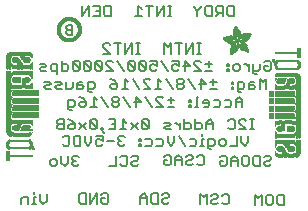
<source format=gbr>
G04 EAGLE Gerber RS-274X export*
G75*
%MOMM*%
%FSLAX34Y34*%
%LPD*%
%INSilkscreen Bottom*%
%IPPOS*%
%AMOC8*
5,1,8,0,0,1.08239X$1,22.5*%
G01*
%ADD10C,0.152400*%
%ADD11C,0.127000*%
%ADD12C,0.304800*%
%ADD13C,0.203200*%
%ADD14R,0.022863X0.462278*%
%ADD15R,0.022863X0.462281*%
%ADD16R,0.022863X0.436881*%
%ADD17R,0.023113X0.462278*%
%ADD18R,0.023113X0.462281*%
%ADD19R,0.023113X0.436881*%
%ADD20R,0.023116X0.462278*%
%ADD21R,0.023116X0.462281*%
%ADD22R,0.023116X0.436881*%
%ADD23R,0.023113X0.022863*%
%ADD24R,0.023116X0.091441*%
%ADD25R,0.023113X0.139700*%
%ADD26R,0.023116X0.185419*%
%ADD27R,0.023113X0.254000*%
%ADD28R,0.023113X0.299719*%
%ADD29R,0.023116X0.345438*%
%ADD30R,0.023113X0.391159*%
%ADD31R,0.023116X0.393700*%
%ADD32R,0.022863X0.325119*%
%ADD33R,0.022863X0.599438*%
%ADD34R,0.022863X0.622300*%
%ADD35R,0.022863X0.530859*%
%ADD36R,0.022863X0.439422*%
%ADD37R,0.022863X0.231138*%
%ADD38R,0.022863X0.071119*%
%ADD39R,0.022863X0.533400*%
%ADD40R,0.022863X0.208281*%
%ADD41R,0.023113X0.345441*%
%ADD42R,0.023113X0.576578*%
%ADD43R,0.023113X0.599438*%
%ADD44R,0.023113X0.508000*%
%ADD45R,0.023113X0.416563*%
%ADD46R,0.023113X0.208278*%
%ADD47R,0.023113X0.553722*%
%ADD48R,0.023113X0.208281*%
%ADD49R,0.023116X0.345441*%
%ADD50R,0.023116X0.530859*%
%ADD51R,0.023116X0.370841*%
%ADD52R,0.023116X0.162559*%
%ADD53R,0.023116X0.576581*%
%ADD54R,0.023116X0.208281*%
%ADD55R,0.023113X0.322578*%
%ADD56R,0.023113X0.485137*%
%ADD57R,0.023113X0.416559*%
%ADD58R,0.023113X0.347981*%
%ADD59R,0.023113X0.116838*%
%ADD60R,0.023113X0.647700*%
%ADD61R,0.023116X0.322581*%
%ADD62R,0.023116X0.485137*%
%ADD63R,0.023116X0.093978*%
%ADD64R,0.023116X0.231141*%
%ADD65R,0.023116X0.693419*%
%ADD66R,0.023113X0.322581*%
%ADD67R,0.023113X0.439419*%
%ADD68R,0.023113X0.370841*%
%ADD69R,0.023113X0.299722*%
%ADD70R,0.023113X0.045719*%
%ADD71R,0.023113X0.739138*%
%ADD72R,0.023113X0.414019*%
%ADD73R,0.023113X0.347978*%
%ADD74R,0.023113X0.762000*%
%ADD75R,0.023116X0.414019*%
%ADD76R,0.023116X0.182881*%
%ADD77R,0.023116X0.347978*%
%ADD78R,0.023116X0.276863*%
%ADD79R,0.023116X0.116841*%
%ADD80R,0.023116X0.276859*%
%ADD81R,0.023116X0.784863*%
%ADD82R,0.023113X0.325119*%
%ADD83R,0.023113X0.276863*%
%ADD84R,0.023113X0.276859*%
%ADD85R,0.023116X0.325119*%
%ADD86R,0.023116X0.391159*%
%ADD87R,0.023116X0.302259*%
%ADD88R,0.023116X0.254000*%
%ADD89R,0.023113X0.302259*%
%ADD90R,0.023113X0.393700*%
%ADD91R,0.023113X0.231141*%
%ADD92R,0.022863X0.302259*%
%ADD93R,0.022863X0.439419*%
%ADD94R,0.022863X0.368300*%
%ADD95R,0.022863X0.391159*%
%ADD96R,0.022863X0.416559*%
%ADD97R,0.022863X0.276863*%
%ADD98R,0.022863X0.205741*%
%ADD99R,0.023113X0.368300*%
%ADD100R,0.023113X0.205741*%
%ADD101R,0.023116X0.368300*%
%ADD102R,0.023116X0.205741*%
%ADD103R,0.023113X0.182881*%
%ADD104R,0.022863X0.276859*%
%ADD105R,0.022863X0.182881*%
%ADD106R,0.023113X0.924559*%
%ADD107R,0.023116X0.924559*%
%ADD108R,0.023113X0.901700*%
%ADD109R,0.023116X0.901700*%
%ADD110R,0.023113X0.878841*%
%ADD111R,0.023116X0.855981*%
%ADD112R,0.023113X0.833119*%
%ADD113R,0.022863X0.787400*%
%ADD114R,0.022863X0.414019*%
%ADD115R,0.022863X0.924559*%
%ADD116R,0.023113X0.739141*%
%ADD117R,0.023116X0.716281*%
%ADD118R,0.023116X0.299722*%
%ADD119R,0.023113X0.670559*%
%ADD120R,0.023116X0.647700*%
%ADD121R,0.023116X0.508000*%
%ADD122R,0.023116X0.299719*%
%ADD123R,0.023113X0.601981*%
%ADD124R,0.023113X0.530859*%
%ADD125R,0.023113X0.231138*%
%ADD126R,0.023113X0.556259*%
%ADD127R,0.023113X0.185419*%
%ADD128R,0.023116X0.533400*%
%ADD129R,0.023116X0.599438*%
%ADD130R,0.023116X0.416563*%
%ADD131R,0.023116X0.116838*%
%ADD132R,0.023113X0.485141*%
%ADD133R,0.023113X0.645159*%
%ADD134R,0.023113X0.716278*%
%ADD135R,0.022863X0.393700*%
%ADD136R,0.022863X0.762000*%
%ADD137R,0.022863X0.624841*%
%ADD138R,0.023113X0.784859*%
%ADD139R,0.023113X0.693422*%
%ADD140R,0.023116X0.830578*%
%ADD141R,0.023116X0.739141*%
%ADD142R,0.023113X0.876300*%
%ADD143R,0.023113X0.807722*%
%ADD144R,0.023116X0.899159*%
%ADD145R,0.023116X0.878841*%
%ADD146R,0.023113X0.922019*%
%ADD147R,0.023113X0.947419*%
%ADD148R,0.023116X0.970278*%
%ADD149R,0.023113X0.970278*%
%ADD150R,0.023116X0.439419*%
%ADD151R,0.022863X0.299722*%
%ADD152R,0.023116X0.416559*%
%ADD153R,0.023116X0.347981*%
%ADD154R,0.023113X0.137159*%
%ADD155R,0.023113X0.093978*%
%ADD156R,0.023113X0.091441*%
%ADD157R,0.023113X0.093981*%
%ADD158R,0.023113X0.114300*%
%ADD159R,0.023116X0.045719*%
%ADD160R,0.023116X0.045722*%
%ADD161R,0.023113X0.071119*%
%ADD162R,0.023113X0.116841*%
%ADD163R,0.023116X0.139700*%
%ADD164R,0.022863X0.322581*%
%ADD165R,0.022863X0.345441*%
%ADD166R,0.022863X0.162559*%
%ADD167R,0.022863X0.576581*%
%ADD168R,0.023113X0.668019*%
%ADD169R,0.023113X0.533400*%
%ADD170R,0.023116X1.455419*%
%ADD171R,0.023116X5.519419*%
%ADD172R,0.023113X1.455419*%
%ADD173R,0.023113X5.519419*%
%ADD174R,0.023116X5.494019*%
%ADD175R,0.023113X1.430019*%
%ADD176R,0.023113X5.494019*%
%ADD177R,0.023116X1.430019*%
%ADD178R,0.023116X5.471159*%
%ADD179R,0.023116X0.762000*%
%ADD180R,0.023113X1.407159*%
%ADD181R,0.023113X5.471159*%
%ADD182R,0.022863X1.384300*%
%ADD183R,0.022863X5.448300*%
%ADD184R,0.022863X0.716278*%
%ADD185R,0.022863X0.878841*%
%ADD186R,0.023113X1.361438*%
%ADD187R,0.023113X5.425438*%
%ADD188R,0.023116X1.338578*%
%ADD189R,0.023116X5.402578*%
%ADD190R,0.023116X0.624841*%
%ADD191R,0.023113X1.292859*%
%ADD192R,0.023113X5.356859*%
%ADD193R,0.023116X1.224278*%
%ADD194R,0.023116X5.288278*%
%ADD195R,0.034300X0.003800*%
%ADD196R,0.057200X0.003800*%
%ADD197R,0.076200X0.003800*%
%ADD198R,0.091400X0.003800*%
%ADD199R,0.102900X0.003800*%
%ADD200R,0.114300X0.003900*%
%ADD201R,0.129500X0.003800*%
%ADD202R,0.137200X0.003800*%
%ADD203R,0.144800X0.003800*%
%ADD204R,0.152400X0.003800*%
%ADD205R,0.160000X0.003800*%
%ADD206R,0.171500X0.003800*%
%ADD207R,0.175300X0.003800*%
%ADD208R,0.182900X0.003800*%
%ADD209R,0.190500X0.003800*%
%ADD210R,0.194300X0.003900*%
%ADD211R,0.201900X0.003800*%
%ADD212R,0.209500X0.003800*%
%ADD213R,0.213400X0.003800*%
%ADD214R,0.221000X0.003800*%
%ADD215R,0.224800X0.003800*%
%ADD216R,0.232400X0.003800*%
%ADD217R,0.240000X0.003800*%
%ADD218R,0.243800X0.003800*%
%ADD219R,0.247600X0.003800*%
%ADD220R,0.255300X0.003900*%
%ADD221R,0.259100X0.003800*%
%ADD222R,0.262900X0.003800*%
%ADD223R,0.270500X0.003800*%
%ADD224R,0.274300X0.003800*%
%ADD225R,0.281900X0.003800*%
%ADD226R,0.285700X0.003800*%
%ADD227R,0.289500X0.003800*%
%ADD228R,0.297200X0.003800*%
%ADD229R,0.301000X0.003800*%
%ADD230R,0.304800X0.003900*%
%ADD231R,0.312400X0.003800*%
%ADD232R,0.316200X0.003800*%
%ADD233R,0.320000X0.003800*%
%ADD234R,0.327600X0.003800*%
%ADD235R,0.331500X0.003800*%
%ADD236R,0.339100X0.003800*%
%ADD237R,0.342900X0.003800*%
%ADD238R,0.346700X0.003800*%
%ADD239R,0.354300X0.003800*%
%ADD240R,0.358100X0.003900*%
%ADD241R,0.361900X0.003800*%
%ADD242R,0.369600X0.003800*%
%ADD243R,0.373400X0.003800*%
%ADD244R,0.377200X0.003800*%
%ADD245R,0.384800X0.003800*%
%ADD246R,0.388600X0.003800*%
%ADD247R,0.396200X0.003800*%
%ADD248R,0.400000X0.003800*%
%ADD249R,0.403800X0.003800*%
%ADD250R,0.411500X0.003900*%
%ADD251R,0.415300X0.003800*%
%ADD252R,0.419100X0.003800*%
%ADD253R,0.045700X0.003800*%
%ADD254R,0.426700X0.003800*%
%ADD255R,0.072400X0.003800*%
%ADD256R,0.430500X0.003800*%
%ADD257R,0.095300X0.003800*%
%ADD258R,0.438100X0.003800*%
%ADD259R,0.110500X0.003800*%
%ADD260R,0.441900X0.003800*%
%ADD261R,0.445800X0.003800*%
%ADD262R,0.144700X0.003800*%
%ADD263R,0.453400X0.003800*%
%ADD264R,0.457200X0.003800*%
%ADD265R,0.175300X0.003900*%
%ADD266R,0.461000X0.003900*%
%ADD267R,0.468600X0.003800*%
%ADD268R,0.205800X0.003800*%
%ADD269R,0.472400X0.003800*%
%ADD270R,0.217200X0.003800*%
%ADD271R,0.476200X0.003800*%
%ADD272R,0.483900X0.003800*%
%ADD273R,0.247700X0.003800*%
%ADD274R,0.487700X0.003800*%
%ADD275R,0.495300X0.003800*%
%ADD276R,0.499100X0.003800*%
%ADD277R,0.502900X0.003800*%
%ADD278R,0.510500X0.003800*%
%ADD279R,0.308600X0.003900*%
%ADD280R,0.514300X0.003900*%
%ADD281R,0.323800X0.003800*%
%ADD282R,0.518100X0.003800*%
%ADD283R,0.335300X0.003800*%
%ADD284R,0.525800X0.003800*%
%ADD285R,0.529600X0.003800*%
%ADD286R,0.358100X0.003800*%
%ADD287R,0.533400X0.003800*%
%ADD288R,0.537200X0.003800*%
%ADD289R,0.381000X0.003800*%
%ADD290R,0.544800X0.003800*%
%ADD291R,0.392400X0.003800*%
%ADD292R,0.548600X0.003800*%
%ADD293R,0.552400X0.003800*%
%ADD294R,0.556200X0.003800*%
%ADD295R,0.422900X0.003900*%
%ADD296R,0.560100X0.003900*%
%ADD297R,0.434300X0.003800*%
%ADD298R,0.563900X0.003800*%
%ADD299R,0.567700X0.003800*%
%ADD300R,0.461000X0.003800*%
%ADD301R,0.571500X0.003800*%
%ADD302R,0.575300X0.003800*%
%ADD303R,0.480100X0.003800*%
%ADD304R,0.579100X0.003800*%
%ADD305R,0.491500X0.003800*%
%ADD306R,0.582900X0.003800*%
%ADD307R,0.586700X0.003800*%
%ADD308R,0.510600X0.003800*%
%ADD309R,0.590500X0.003800*%
%ADD310R,0.522000X0.003800*%
%ADD311R,0.594300X0.003800*%
%ADD312R,0.533400X0.003900*%
%ADD313R,0.598200X0.003900*%
%ADD314R,0.541000X0.003800*%
%ADD315R,0.602000X0.003800*%
%ADD316R,0.552500X0.003800*%
%ADD317R,0.605800X0.003800*%
%ADD318R,0.560100X0.003800*%
%ADD319R,0.609600X0.003800*%
%ADD320R,0.613400X0.003800*%
%ADD321R,0.583000X0.003800*%
%ADD322R,0.617200X0.003800*%
%ADD323R,0.594400X0.003800*%
%ADD324R,0.621000X0.003800*%
%ADD325R,0.598200X0.003800*%
%ADD326R,0.624800X0.003800*%
%ADD327R,0.613500X0.003900*%
%ADD328R,0.628600X0.003900*%
%ADD329R,0.632400X0.003800*%
%ADD330R,0.628600X0.003800*%
%ADD331R,0.636300X0.003800*%
%ADD332R,0.640100X0.003800*%
%ADD333R,0.636200X0.003800*%
%ADD334R,0.643900X0.003800*%
%ADD335R,0.647700X0.003800*%
%ADD336R,0.651500X0.003800*%
%ADD337R,0.659100X0.003800*%
%ADD338R,0.659100X0.003900*%
%ADD339R,0.655300X0.003900*%
%ADD340R,0.662900X0.003800*%
%ADD341R,0.655300X0.003800*%
%ADD342R,0.670500X0.003800*%
%ADD343R,0.670600X0.003800*%
%ADD344R,0.674400X0.003800*%
%ADD345R,0.682000X0.003800*%
%ADD346R,0.666700X0.003800*%
%ADD347R,0.685800X0.003800*%
%ADD348R,0.689600X0.003800*%
%ADD349R,0.693400X0.003900*%
%ADD350R,0.674400X0.003900*%
%ADD351R,0.697200X0.003800*%
%ADD352R,0.678200X0.003800*%
%ADD353R,0.697300X0.003800*%
%ADD354R,0.701100X0.003800*%
%ADD355R,0.704900X0.003800*%
%ADD356R,0.708700X0.003800*%
%ADD357R,0.712500X0.003800*%
%ADD358R,0.716300X0.003800*%
%ADD359R,0.720100X0.003900*%
%ADD360R,0.689600X0.003900*%
%ADD361R,0.720000X0.003800*%
%ADD362R,0.693400X0.003800*%
%ADD363R,0.723900X0.003800*%
%ADD364R,0.727700X0.003800*%
%ADD365R,0.731500X0.003800*%
%ADD366R,0.701000X0.003800*%
%ADD367R,0.735300X0.003800*%
%ADD368R,0.731500X0.003900*%
%ADD369R,0.701000X0.003900*%
%ADD370R,0.704800X0.003800*%
%ADD371R,0.739100X0.003800*%
%ADD372R,0.743000X0.003800*%
%ADD373R,0.739200X0.003800*%
%ADD374R,0.743000X0.003900*%
%ADD375R,0.704800X0.003900*%
%ADD376R,0.746800X0.003800*%
%ADD377R,0.746800X0.003900*%
%ADD378R,0.742900X0.003800*%
%ADD379R,0.746700X0.003800*%
%ADD380R,0.746700X0.003900*%
%ADD381R,1.428800X0.003800*%
%ADD382R,1.424900X0.003800*%
%ADD383R,1.421100X0.003900*%
%ADD384R,1.421100X0.003800*%
%ADD385R,1.417300X0.003800*%
%ADD386R,1.413500X0.003800*%
%ADD387R,1.409700X0.003800*%
%ADD388R,1.405900X0.003800*%
%ADD389R,1.402100X0.003800*%
%ADD390R,1.398300X0.003800*%
%ADD391R,0.983000X0.003900*%
%ADD392R,0.384800X0.003900*%
%ADD393R,0.971600X0.003800*%
%ADD394R,0.963900X0.003800*%
%ADD395R,0.956300X0.003800*%
%ADD396R,0.365800X0.003800*%
%ADD397R,0.952500X0.003800*%
%ADD398R,0.941000X0.003800*%
%ADD399R,0.358200X0.003800*%
%ADD400R,0.937200X0.003800*%
%ADD401R,0.933400X0.003800*%
%ADD402R,0.354400X0.003800*%
%ADD403R,0.925800X0.003800*%
%ADD404R,0.350500X0.003800*%
%ADD405R,0.922000X0.003800*%
%ADD406R,0.918200X0.003900*%
%ADD407R,0.346700X0.003900*%
%ADD408R,0.910600X0.003800*%
%ADD409R,0.906800X0.003800*%
%ADD410R,0.903000X0.003800*%
%ADD411R,0.339000X0.003800*%
%ADD412R,0.895300X0.003800*%
%ADD413R,0.335200X0.003800*%
%ADD414R,0.887700X0.003800*%
%ADD415R,0.883900X0.003800*%
%ADD416R,0.331400X0.003800*%
%ADD417R,0.880100X0.003800*%
%ADD418R,0.876300X0.003800*%
%ADD419R,0.468600X0.003900*%
%ADD420R,0.396200X0.003900*%
%ADD421R,0.323800X0.003900*%
%ADD422R,0.449600X0.003800*%
%ADD423R,0.323900X0.003800*%
%ADD424R,0.442000X0.003800*%
%ADD425R,0.434400X0.003800*%
%ADD426R,0.320100X0.003800*%
%ADD427R,0.316300X0.003800*%
%ADD428R,0.426800X0.003800*%
%ADD429R,0.327700X0.003800*%
%ADD430R,0.312500X0.003800*%
%ADD431R,0.422900X0.003800*%
%ADD432R,0.308600X0.003800*%
%ADD433R,0.293400X0.003800*%
%ADD434R,0.304800X0.003800*%
%ADD435R,0.419100X0.003900*%
%ADD436R,0.285700X0.003900*%
%ADD437R,0.301000X0.003900*%
%ADD438R,0.411500X0.003800*%
%ADD439R,0.407700X0.003800*%
%ADD440R,0.289600X0.003800*%
%ADD441R,0.285800X0.003800*%
%ADD442R,0.403900X0.003800*%
%ADD443R,0.228600X0.003800*%
%ADD444R,0.403900X0.003900*%
%ADD445R,0.221000X0.003900*%
%ADD446R,0.278100X0.003900*%
%ADD447R,0.400100X0.003800*%
%ADD448R,0.209600X0.003800*%
%ADD449R,0.266700X0.003800*%
%ADD450R,0.038100X0.003800*%
%ADD451R,0.194300X0.003800*%
%ADD452R,0.148600X0.003800*%
%ADD453R,0.259000X0.003800*%
%ADD454R,0.182800X0.003800*%
%ADD455R,0.186700X0.003800*%
%ADD456R,0.251400X0.003800*%
%ADD457R,0.179100X0.003800*%
%ADD458R,0.236200X0.003800*%
%ADD459R,0.243900X0.003900*%
%ADD460R,0.282000X0.003900*%
%ADD461R,0.167700X0.003800*%
%ADD462R,0.236300X0.003800*%
%ADD463R,0.396300X0.003800*%
%ADD464R,0.163900X0.003800*%
%ADD465R,0.392500X0.003800*%
%ADD466R,0.160100X0.003800*%
%ADD467R,0.586800X0.003800*%
%ADD468R,0.148500X0.003800*%
%ADD469R,0.140900X0.003800*%
%ADD470R,0.392400X0.003900*%
%ADD471R,0.140900X0.003900*%
%ADD472R,0.647700X0.003900*%
%ADD473R,0.133300X0.003800*%
%ADD474R,0.674300X0.003800*%
%ADD475R,0.388700X0.003800*%
%ADD476R,0.125700X0.003800*%
%ADD477R,0.121900X0.003800*%
%ADD478R,0.720100X0.003800*%
%ADD479R,0.118100X0.003800*%
%ADD480R,0.118100X0.003900*%
%ADD481R,0.739100X0.003900*%
%ADD482R,0.114300X0.003800*%
%ADD483R,0.754400X0.003800*%
%ADD484R,0.765800X0.003800*%
%ADD485R,0.773400X0.003800*%
%ADD486R,0.784800X0.003800*%
%ADD487R,0.118200X0.003800*%
%ADD488R,0.792500X0.003800*%
%ADD489R,0.803900X0.003800*%
%ADD490R,0.122000X0.003800*%
%ADD491R,0.815400X0.003800*%
%ADD492R,0.125800X0.003800*%
%ADD493R,0.826800X0.003800*%
%ADD494R,0.369500X0.003900*%
%ADD495R,0.133400X0.003900*%
%ADD496R,0.842000X0.003900*%
%ADD497R,0.365700X0.003800*%
%ADD498R,1.009700X0.003800*%
%ADD499R,1.013500X0.003800*%
%ADD500R,0.362000X0.003800*%
%ADD501R,1.024900X0.003800*%
%ADD502R,1.028700X0.003800*%
%ADD503R,1.036300X0.003800*%
%ADD504R,1.047800X0.003800*%
%ADD505R,1.055400X0.003800*%
%ADD506R,1.070600X0.003800*%
%ADD507R,0.030500X0.003800*%
%ADD508R,1.436400X0.003800*%
%ADD509R,1.562100X0.003900*%
%ADD510R,1.588700X0.003800*%
%ADD511R,1.607800X0.003800*%
%ADD512R,1.626900X0.003800*%
%ADD513R,1.642100X0.003800*%
%ADD514R,1.657400X0.003800*%
%ADD515R,1.676400X0.003800*%
%ADD516R,1.687800X0.003800*%
%ADD517R,1.703000X0.003800*%
%ADD518R,1.714500X0.003800*%
%ADD519R,1.726000X0.003900*%
%ADD520R,1.741200X0.003800*%
%ADD521R,0.914400X0.003800*%
%ADD522R,0.769600X0.003800*%
%ADD523R,0.884000X0.003800*%
%ADD524R,0.712400X0.003800*%
%ADD525R,0.880100X0.003900*%
%ADD526R,0.887800X0.003800*%
%ADD527R,0.891600X0.003800*%
%ADD528R,0.895400X0.003800*%
%ADD529R,0.251500X0.003800*%
%ADD530R,0.579200X0.003900*%
%ADD531R,0.243900X0.003800*%
%ADD532R,0.556300X0.003800*%
%ADD533R,0.255200X0.003800*%
%ADD534R,0.529500X0.003800*%
%ADD535R,0.731600X0.003800*%
%ADD536R,0.525800X0.003900*%
%ADD537R,0.281900X0.003900*%
%ADD538R,0.735400X0.003900*%
%ADD539R,0.300900X0.003800*%
%ADD540R,0.762000X0.003800*%
%ADD541R,0.518200X0.003800*%
%ADD542R,0.350600X0.003800*%
%ADD543R,0.796300X0.003800*%
%ADD544R,0.807800X0.003800*%
%ADD545R,0.506700X0.003800*%
%ADD546R,0.849600X0.003800*%
%ADD547R,0.506700X0.003900*%
%ADD548R,1.371600X0.003900*%
%ADD549R,1.207800X0.003800*%
%ADD550R,0.503000X0.003800*%
%ADD551R,0.141000X0.003800*%
%ADD552R,1.203900X0.003800*%
%ADD553R,1.204000X0.003800*%
%ADD554R,1.200200X0.003800*%
%ADD555R,0.499100X0.003900*%
%ADD556R,0.156200X0.003900*%
%ADD557R,1.196400X0.003900*%
%ADD558R,1.196400X0.003800*%
%ADD559R,0.163800X0.003800*%
%ADD560R,0.167600X0.003800*%
%ADD561R,1.192500X0.003800*%
%ADD562R,0.499200X0.003800*%
%ADD563R,1.188700X0.003800*%
%ADD564R,0.506800X0.003800*%
%ADD565R,1.184900X0.003800*%
%ADD566R,0.510600X0.003900*%
%ADD567R,0.209600X0.003900*%
%ADD568R,1.181100X0.003900*%
%ADD569R,0.514400X0.003800*%
%ADD570R,1.181100X0.003800*%
%ADD571R,1.177300X0.003800*%
%ADD572R,0.240100X0.003800*%
%ADD573R,1.173500X0.003800*%
%ADD574R,1.169700X0.003800*%
%ADD575R,1.165900X0.003800*%
%ADD576R,1.162100X0.003800*%
%ADD577R,0.929700X0.003900*%
%ADD578R,1.162100X0.003900*%
%ADD579R,0.929700X0.003800*%
%ADD580R,1.154500X0.003800*%
%ADD581R,0.933500X0.003800*%
%ADD582R,1.150600X0.003800*%
%ADD583R,0.937300X0.003800*%
%ADD584R,1.146800X0.003800*%
%ADD585R,0.941100X0.003800*%
%ADD586R,1.139200X0.003800*%
%ADD587R,0.944900X0.003800*%
%ADD588R,1.135400X0.003800*%
%ADD589R,0.948700X0.003800*%
%ADD590R,1.127800X0.003800*%
%ADD591R,1.124000X0.003800*%
%ADD592R,1.116400X0.003800*%
%ADD593R,0.956300X0.003900*%
%ADD594R,1.104900X0.003900*%
%ADD595R,0.960100X0.003800*%
%ADD596R,1.093500X0.003800*%
%ADD597R,1.085900X0.003800*%
%ADD598R,0.967800X0.003800*%
%ADD599R,1.074500X0.003800*%
%ADD600R,1.063000X0.003800*%
%ADD601R,0.975400X0.003800*%
%ADD602R,1.036400X0.003800*%
%ADD603R,0.979200X0.003800*%
%ADD604R,1.021000X0.003800*%
%ADD605R,0.983000X0.003800*%
%ADD606R,1.009600X0.003800*%
%ADD607R,0.986800X0.003800*%
%ADD608R,0.998200X0.003800*%
%ADD609R,0.990600X0.003900*%
%ADD610R,0.986700X0.003900*%
%ADD611R,0.994400X0.003800*%
%ADD612R,0.975300X0.003800*%
%ADD613R,0.948600X0.003800*%
%ADD614R,1.002000X0.003800*%
%ADD615R,0.213300X0.003800*%
%ADD616R,0.217100X0.003800*%
%ADD617R,1.017300X0.003800*%
%ADD618R,0.666800X0.003800*%
%ADD619R,0.220900X0.003800*%
%ADD620R,1.028700X0.003900*%
%ADD621R,0.224700X0.003900*%
%ADD622R,1.032500X0.003800*%
%ADD623R,1.040100X0.003800*%
%ADD624R,1.043900X0.003800*%
%ADD625R,0.548700X0.003800*%
%ADD626R,1.051500X0.003800*%
%ADD627R,1.055300X0.003800*%
%ADD628R,1.059100X0.003800*%
%ADD629R,1.062900X0.003800*%
%ADD630R,0.255300X0.003800*%
%ADD631R,1.066800X0.003900*%
%ADD632R,0.259100X0.003900*%
%ADD633R,0.457200X0.003900*%
%ADD634R,0.423000X0.003800*%
%ADD635R,1.082100X0.003800*%
%ADD636R,0.274400X0.003800*%
%ADD637R,0.278200X0.003800*%
%ADD638R,1.101100X0.003800*%
%ADD639R,0.278100X0.003800*%
%ADD640R,0.876300X0.003900*%
%ADD641R,0.236200X0.003900*%
%ADD642R,0.289600X0.003900*%
%ADD643R,0.247700X0.003900*%
%ADD644R,0.049500X0.003800*%
%ADD645R,0.640100X0.003900*%
%ADD646R,0.659200X0.003800*%
%ADD647R,0.663000X0.003800*%
%ADD648R,0.872500X0.003900*%
%ADD649R,0.666800X0.003900*%
%ADD650R,0.872500X0.003800*%
%ADD651R,0.868700X0.003800*%
%ADD652R,0.864900X0.003800*%
%ADD653R,0.861100X0.003800*%
%ADD654R,0.857300X0.003800*%
%ADD655R,0.853400X0.003800*%
%ADD656R,0.845800X0.003800*%
%ADD657R,0.682000X0.003900*%
%ADD658R,0.842000X0.003800*%
%ADD659R,0.834400X0.003800*%
%ADD660R,0.823000X0.003800*%
%ADD661R,0.815300X0.003800*%
%ADD662R,0.811500X0.003800*%
%ADD663R,0.788700X0.003800*%
%ADD664R,0.777300X0.003900*%
%ADD665R,0.750600X0.003800*%
%ADD666R,0.735400X0.003800*%
%ADD667R,0.727800X0.003800*%
%ADD668R,0.628700X0.003800*%
%ADD669R,0.575400X0.003800*%
%ADD670R,0.670600X0.003900*%
%ADD671R,0.655400X0.003800*%
%ADD672R,0.651500X0.003900*%
%ADD673R,0.624800X0.003900*%
%ADD674R,0.594400X0.003900*%
%ADD675R,0.563900X0.003900*%
%ADD676R,0.541100X0.003800*%
%ADD677R,0.537300X0.003800*%
%ADD678R,0.525700X0.003800*%
%ADD679R,0.525700X0.003900*%
%ADD680R,0.514300X0.003800*%
%ADD681R,0.480100X0.003900*%
%ADD682R,0.464800X0.003800*%
%ADD683R,0.442000X0.003900*%
%ADD684R,0.438200X0.003800*%
%ADD685R,0.430600X0.003800*%
%ADD686R,0.407600X0.003800*%
%ADD687R,0.403800X0.003900*%
%ADD688R,0.365700X0.003900*%
%ADD689R,0.327700X0.003900*%
%ADD690R,0.243800X0.003900*%
%ADD691R,0.205800X0.003900*%
%ADD692R,0.198100X0.003800*%
%ADD693R,0.163800X0.003900*%
%ADD694R,0.137100X0.003800*%
%ADD695R,0.091500X0.003900*%
%ADD696R,0.060900X0.003800*%


D10*
X211214Y68072D02*
X208333Y68072D01*
X209774Y68072D02*
X209774Y76715D01*
X211214Y76715D02*
X208333Y76715D01*
X204978Y68072D02*
X199215Y68072D01*
X199215Y73834D02*
X204978Y68072D01*
X199215Y73834D02*
X199215Y75275D01*
X200656Y76715D01*
X203537Y76715D01*
X204978Y75275D01*
X191301Y76715D02*
X189860Y75275D01*
X191301Y76715D02*
X194182Y76715D01*
X195622Y75275D01*
X195622Y69513D01*
X194182Y68072D01*
X191301Y68072D01*
X189860Y69513D01*
X176912Y68072D02*
X176912Y73834D01*
X174031Y76715D01*
X171150Y73834D01*
X171150Y68072D01*
X171150Y72394D02*
X176912Y72394D01*
X161795Y76715D02*
X161795Y68072D01*
X166116Y68072D01*
X167557Y69513D01*
X167557Y72394D01*
X166116Y73834D01*
X161795Y73834D01*
X152439Y76715D02*
X152439Y68072D01*
X156761Y68072D01*
X158202Y69513D01*
X158202Y72394D01*
X156761Y73834D01*
X152439Y73834D01*
X148846Y73834D02*
X148846Y68072D01*
X148846Y70953D02*
X145965Y73834D01*
X144525Y73834D01*
X141050Y68072D02*
X136729Y68072D01*
X135288Y69513D01*
X136729Y70953D01*
X139610Y70953D01*
X141050Y72394D01*
X139610Y73834D01*
X135288Y73834D01*
X122340Y75275D02*
X122340Y69513D01*
X122340Y75275D02*
X120900Y76715D01*
X118018Y76715D01*
X116578Y75275D01*
X116578Y69513D01*
X118018Y68072D01*
X120900Y68072D01*
X122340Y69513D01*
X116578Y75275D01*
X112985Y73834D02*
X107223Y68072D01*
X112985Y68072D02*
X107223Y73834D01*
X103630Y73834D02*
X100749Y76715D01*
X100749Y68072D01*
X103630Y68072D02*
X97867Y68072D01*
X94275Y76715D02*
X88512Y76715D01*
X94275Y76715D02*
X94275Y68072D01*
X88512Y68072D01*
X91393Y72394D02*
X94275Y72394D01*
X84919Y65191D02*
X82038Y68072D01*
X82038Y69513D01*
X83479Y69513D01*
X83479Y68072D01*
X82038Y68072D01*
X78683Y69513D02*
X78683Y75275D01*
X77242Y76715D01*
X74361Y76715D01*
X72920Y75275D01*
X72920Y69513D01*
X74361Y68072D01*
X77242Y68072D01*
X78683Y69513D01*
X72920Y75275D01*
X69327Y73834D02*
X63565Y68072D01*
X69327Y68072D02*
X63565Y73834D01*
X57091Y75275D02*
X54210Y76715D01*
X57091Y75275D02*
X59972Y72394D01*
X59972Y69513D01*
X58532Y68072D01*
X55651Y68072D01*
X54210Y69513D01*
X54210Y70953D01*
X55651Y72394D01*
X59972Y72394D01*
X50617Y76715D02*
X50617Y68072D01*
X50617Y76715D02*
X46295Y76715D01*
X44855Y75275D01*
X44855Y73834D01*
X46295Y72394D01*
X44855Y70953D01*
X44855Y69513D01*
X46295Y68072D01*
X50617Y68072D01*
X50617Y72394D02*
X46295Y72394D01*
X206537Y62745D02*
X206537Y56983D01*
X203656Y54102D01*
X200775Y56983D01*
X200775Y62745D01*
X197182Y62745D02*
X197182Y54102D01*
X191419Y54102D01*
X186386Y54102D02*
X183505Y54102D01*
X182064Y55543D01*
X182064Y58424D01*
X183505Y59864D01*
X186386Y59864D01*
X187826Y58424D01*
X187826Y55543D01*
X186386Y54102D01*
X175590Y51221D02*
X174150Y51221D01*
X172709Y52661D01*
X172709Y59864D01*
X177031Y59864D01*
X178471Y58424D01*
X178471Y55543D01*
X177031Y54102D01*
X172709Y54102D01*
X169116Y59864D02*
X167675Y59864D01*
X167675Y54102D01*
X166235Y54102D02*
X169116Y54102D01*
X167675Y62745D02*
X167675Y64186D01*
X161439Y59864D02*
X157117Y59864D01*
X161439Y59864D02*
X162879Y58424D01*
X162879Y55543D01*
X161439Y54102D01*
X157117Y54102D01*
X153524Y54102D02*
X147762Y62745D01*
X144169Y62745D02*
X144169Y56983D01*
X141288Y54102D01*
X138407Y56983D01*
X138407Y62745D01*
X133373Y59864D02*
X129051Y59864D01*
X133373Y59864D02*
X134814Y58424D01*
X134814Y55543D01*
X133373Y54102D01*
X129051Y54102D01*
X124018Y59864D02*
X119696Y59864D01*
X124018Y59864D02*
X125458Y58424D01*
X125458Y55543D01*
X124018Y54102D01*
X119696Y54102D01*
X116103Y59864D02*
X114663Y59864D01*
X114663Y58424D01*
X116103Y58424D01*
X116103Y59864D01*
X116103Y55543D02*
X114663Y55543D01*
X114663Y54102D01*
X116103Y54102D01*
X116103Y55543D01*
X102071Y61305D02*
X100630Y62745D01*
X97749Y62745D01*
X96308Y61305D01*
X96308Y59864D01*
X97749Y58424D01*
X99189Y58424D01*
X97749Y58424D02*
X96308Y56983D01*
X96308Y55543D01*
X97749Y54102D01*
X100630Y54102D01*
X102071Y55543D01*
X92715Y58424D02*
X86953Y58424D01*
X83360Y62745D02*
X77598Y62745D01*
X83360Y62745D02*
X83360Y58424D01*
X80479Y59864D01*
X79038Y59864D01*
X77598Y58424D01*
X77598Y55543D01*
X79038Y54102D01*
X81920Y54102D01*
X83360Y55543D01*
X74005Y56983D02*
X74005Y62745D01*
X74005Y56983D02*
X71124Y54102D01*
X68243Y56983D01*
X68243Y62745D01*
X64650Y62745D02*
X64650Y54102D01*
X60328Y54102D01*
X58888Y55543D01*
X58888Y61305D01*
X60328Y62745D01*
X64650Y62745D01*
X50973Y62745D02*
X49532Y61305D01*
X50973Y62745D02*
X53854Y62745D01*
X55295Y61305D01*
X55295Y55543D01*
X53854Y54102D01*
X50973Y54102D01*
X49532Y55543D01*
D11*
X236918Y12708D02*
X236918Y3810D01*
X232469Y3810D01*
X230986Y5293D01*
X230986Y11225D01*
X232469Y12708D01*
X236918Y12708D01*
X226080Y12708D02*
X223114Y12708D01*
X226080Y12708D02*
X227563Y11225D01*
X227563Y5293D01*
X226080Y3810D01*
X223114Y3810D01*
X221631Y5293D01*
X221631Y11225D01*
X223114Y12708D01*
X218207Y12708D02*
X218207Y3810D01*
X215242Y9742D02*
X218207Y12708D01*
X215242Y9742D02*
X212276Y12708D01*
X212276Y3810D01*
X220021Y44245D02*
X221504Y45728D01*
X224470Y45728D01*
X225953Y44245D01*
X225953Y42762D01*
X224470Y41279D01*
X221504Y41279D01*
X220021Y39796D01*
X220021Y38313D01*
X221504Y36830D01*
X224470Y36830D01*
X225953Y38313D01*
X216598Y36830D02*
X216598Y45728D01*
X216598Y36830D02*
X212149Y36830D01*
X210666Y38313D01*
X210666Y44245D01*
X212149Y45728D01*
X216598Y45728D01*
X205760Y45728D02*
X202794Y45728D01*
X205760Y45728D02*
X207243Y44245D01*
X207243Y38313D01*
X205760Y36830D01*
X202794Y36830D01*
X201311Y38313D01*
X201311Y44245D01*
X202794Y45728D01*
X197887Y42762D02*
X197887Y36830D01*
X197887Y42762D02*
X194922Y45728D01*
X191956Y42762D01*
X191956Y36830D01*
X191956Y41279D02*
X197887Y41279D01*
X184083Y45728D02*
X182601Y44245D01*
X184083Y45728D02*
X187049Y45728D01*
X188532Y44245D01*
X188532Y38313D01*
X187049Y36830D01*
X184083Y36830D01*
X182601Y38313D01*
X182601Y41279D01*
X185566Y41279D01*
X186114Y13343D02*
X184631Y11860D01*
X186114Y13343D02*
X189080Y13343D01*
X190563Y11860D01*
X190563Y5928D01*
X189080Y4445D01*
X186114Y4445D01*
X184631Y5928D01*
X176759Y13343D02*
X175276Y11860D01*
X176759Y13343D02*
X179725Y13343D01*
X181208Y11860D01*
X181208Y10377D01*
X179725Y8894D01*
X176759Y8894D01*
X175276Y7411D01*
X175276Y5928D01*
X176759Y4445D01*
X179725Y4445D01*
X181208Y5928D01*
X171852Y4445D02*
X171852Y13343D01*
X168887Y10377D01*
X165921Y13343D01*
X165921Y4445D01*
X163274Y44880D02*
X164757Y46363D01*
X167722Y46363D01*
X169205Y44880D01*
X169205Y38948D01*
X167722Y37465D01*
X164757Y37465D01*
X163274Y38948D01*
X155401Y46363D02*
X153918Y44880D01*
X155401Y46363D02*
X158367Y46363D01*
X159850Y44880D01*
X159850Y43397D01*
X158367Y41914D01*
X155401Y41914D01*
X153918Y40431D01*
X153918Y38948D01*
X155401Y37465D01*
X158367Y37465D01*
X159850Y38948D01*
X150495Y37465D02*
X150495Y43397D01*
X147529Y46363D01*
X144563Y43397D01*
X144563Y37465D01*
X144563Y41914D02*
X150495Y41914D01*
X136691Y46363D02*
X135208Y44880D01*
X136691Y46363D02*
X139657Y46363D01*
X141140Y44880D01*
X141140Y38948D01*
X139657Y37465D01*
X136691Y37465D01*
X135208Y38948D01*
X135208Y41914D01*
X138174Y41914D01*
X135314Y13978D02*
X133831Y12495D01*
X135314Y13978D02*
X138280Y13978D01*
X139763Y12495D01*
X139763Y11012D01*
X138280Y9529D01*
X135314Y9529D01*
X133831Y8046D01*
X133831Y6563D01*
X135314Y5080D01*
X138280Y5080D01*
X139763Y6563D01*
X130408Y5080D02*
X130408Y13978D01*
X130408Y5080D02*
X125959Y5080D01*
X124476Y6563D01*
X124476Y12495D01*
X125959Y13978D01*
X130408Y13978D01*
X121052Y11012D02*
X121052Y5080D01*
X121052Y11012D02*
X118087Y13978D01*
X115121Y11012D01*
X115121Y5080D01*
X115121Y9529D02*
X121052Y9529D01*
X107796Y44245D02*
X109279Y45728D01*
X112245Y45728D01*
X113728Y44245D01*
X113728Y42762D01*
X112245Y41279D01*
X109279Y41279D01*
X107796Y39796D01*
X107796Y38313D01*
X109279Y36830D01*
X112245Y36830D01*
X113728Y38313D01*
X99924Y45728D02*
X98441Y44245D01*
X99924Y45728D02*
X102890Y45728D01*
X104373Y44245D01*
X104373Y38313D01*
X102890Y36830D01*
X99924Y36830D01*
X98441Y38313D01*
X95017Y36830D02*
X95017Y45728D01*
X95017Y36830D02*
X89086Y36830D01*
X83879Y13978D02*
X82396Y12495D01*
X83879Y13978D02*
X86845Y13978D01*
X88328Y12495D01*
X88328Y6563D01*
X86845Y5080D01*
X83879Y5080D01*
X82396Y6563D01*
X82396Y9529D01*
X85362Y9529D01*
X78973Y5080D02*
X78973Y13978D01*
X73041Y5080D01*
X73041Y13978D01*
X69617Y13978D02*
X69617Y5080D01*
X65169Y5080D01*
X63686Y6563D01*
X63686Y12495D01*
X65169Y13978D01*
X69617Y13978D01*
X63563Y44245D02*
X62080Y45728D01*
X59114Y45728D01*
X57631Y44245D01*
X57631Y42762D01*
X59114Y41279D01*
X60597Y41279D01*
X59114Y41279D02*
X57631Y39796D01*
X57631Y38313D01*
X59114Y36830D01*
X62080Y36830D01*
X63563Y38313D01*
X54208Y39796D02*
X54208Y45728D01*
X54208Y39796D02*
X51242Y36830D01*
X48276Y39796D01*
X48276Y45728D01*
X43370Y36830D02*
X40404Y36830D01*
X38921Y38313D01*
X38921Y41279D01*
X40404Y42762D01*
X43370Y42762D01*
X44852Y41279D01*
X44852Y38313D01*
X43370Y36830D01*
X35969Y13343D02*
X35969Y7411D01*
X33003Y4445D01*
X30037Y7411D01*
X30037Y13343D01*
X26613Y10377D02*
X25131Y10377D01*
X25131Y4445D01*
X26613Y4445D02*
X23648Y4445D01*
X25131Y13343D02*
X25131Y14826D01*
X20377Y10377D02*
X20377Y4445D01*
X20377Y10377D02*
X15928Y10377D01*
X14445Y8894D01*
X14445Y4445D01*
X194605Y163830D02*
X194605Y172728D01*
X194605Y163830D02*
X190157Y163830D01*
X188674Y165313D01*
X188674Y171245D01*
X190157Y172728D01*
X194605Y172728D01*
X185250Y172728D02*
X185250Y163830D01*
X185250Y172728D02*
X180801Y172728D01*
X179318Y171245D01*
X179318Y168279D01*
X180801Y166796D01*
X185250Y166796D01*
X182284Y166796D02*
X179318Y163830D01*
X175895Y163830D02*
X175895Y172728D01*
X175895Y163830D02*
X171446Y163830D01*
X169963Y165313D01*
X169963Y171245D01*
X171446Y172728D01*
X175895Y172728D01*
X166540Y172728D02*
X166540Y171245D01*
X163574Y168279D01*
X160608Y171245D01*
X160608Y172728D01*
X163574Y168279D02*
X163574Y163830D01*
X163410Y132080D02*
X166376Y132080D01*
X164893Y132080D02*
X164893Y140978D01*
X166376Y140978D02*
X163410Y140978D01*
X160139Y140978D02*
X160139Y132080D01*
X154208Y132080D02*
X160139Y140978D01*
X154208Y140978D02*
X154208Y132080D01*
X147818Y132080D02*
X147818Y140978D01*
X144853Y140978D02*
X150784Y140978D01*
X141429Y140978D02*
X141429Y132080D01*
X138463Y138012D02*
X141429Y140978D01*
X138463Y138012D02*
X135497Y140978D01*
X135497Y132080D01*
X138645Y163830D02*
X141611Y163830D01*
X140128Y163830D02*
X140128Y172728D01*
X141611Y172728D02*
X138645Y172728D01*
X135374Y172728D02*
X135374Y163830D01*
X129443Y163830D02*
X135374Y172728D01*
X129443Y172728D02*
X129443Y163830D01*
X123053Y163830D02*
X123053Y172728D01*
X120088Y172728D02*
X126019Y172728D01*
X116664Y169762D02*
X113698Y172728D01*
X113698Y163830D01*
X116664Y163830D02*
X110732Y163830D01*
X111975Y132080D02*
X114941Y132080D01*
X113458Y132080D02*
X113458Y140978D01*
X114941Y140978D02*
X111975Y140978D01*
X108704Y140978D02*
X108704Y132080D01*
X102773Y132080D02*
X108704Y140978D01*
X102773Y140978D02*
X102773Y132080D01*
X96383Y132080D02*
X96383Y140978D01*
X93418Y140978D02*
X99349Y140978D01*
X89994Y132080D02*
X84062Y132080D01*
X89994Y132080D02*
X84062Y138012D01*
X84062Y139495D01*
X85545Y140978D01*
X88511Y140978D01*
X89994Y139495D01*
X90233Y163830D02*
X90233Y172728D01*
X90233Y163830D02*
X85784Y163830D01*
X84301Y165313D01*
X84301Y171245D01*
X85784Y172728D01*
X90233Y172728D01*
X80878Y172728D02*
X74946Y172728D01*
X80878Y172728D02*
X80878Y163830D01*
X74946Y163830D01*
X77912Y168279D02*
X80878Y168279D01*
X71522Y163830D02*
X71522Y172728D01*
X65591Y163830D01*
X65591Y172728D01*
D10*
X220265Y124805D02*
X221705Y126245D01*
X224586Y126245D01*
X226027Y124805D01*
X226027Y119043D01*
X224586Y117602D01*
X221705Y117602D01*
X220265Y119043D01*
X220265Y121924D01*
X223146Y121924D01*
X216672Y123364D02*
X216672Y119043D01*
X215231Y117602D01*
X210909Y117602D01*
X210909Y116161D02*
X210909Y123364D01*
X210909Y116161D02*
X212350Y114721D01*
X213790Y114721D01*
X207316Y117602D02*
X207316Y123364D01*
X207316Y120483D02*
X204435Y123364D01*
X202995Y123364D01*
X198080Y117602D02*
X195199Y117602D01*
X193758Y119043D01*
X193758Y121924D01*
X195199Y123364D01*
X198080Y123364D01*
X199520Y121924D01*
X199520Y119043D01*
X198080Y117602D01*
X190165Y123364D02*
X188725Y123364D01*
X188725Y121924D01*
X190165Y121924D01*
X190165Y123364D01*
X190165Y119043D02*
X188725Y119043D01*
X188725Y117602D01*
X190165Y117602D01*
X190165Y119043D01*
X176132Y117602D02*
X170370Y117602D01*
X170370Y123364D02*
X176132Y123364D01*
X173251Y126245D02*
X173251Y120483D01*
X166777Y117602D02*
X161015Y117602D01*
X166777Y117602D02*
X161015Y123364D01*
X161015Y124805D01*
X162456Y126245D01*
X165337Y126245D01*
X166777Y124805D01*
X153100Y126245D02*
X153100Y117602D01*
X157422Y121924D02*
X153100Y126245D01*
X151660Y121924D02*
X157422Y121924D01*
X148067Y126245D02*
X142305Y126245D01*
X148067Y126245D02*
X148067Y121924D01*
X145186Y123364D01*
X143745Y123364D01*
X142305Y121924D01*
X142305Y119043D01*
X143745Y117602D01*
X146626Y117602D01*
X148067Y119043D01*
X138712Y117602D02*
X132949Y126245D01*
X129357Y126245D02*
X123594Y126245D01*
X129357Y126245D02*
X129357Y121924D01*
X126475Y123364D01*
X125035Y123364D01*
X123594Y121924D01*
X123594Y119043D01*
X125035Y117602D01*
X127916Y117602D01*
X129357Y119043D01*
X120001Y119043D02*
X120001Y124805D01*
X118561Y126245D01*
X115680Y126245D01*
X114239Y124805D01*
X114239Y119043D01*
X115680Y117602D01*
X118561Y117602D01*
X120001Y119043D01*
X114239Y124805D01*
X110646Y124805D02*
X110646Y119043D01*
X110646Y124805D02*
X109206Y126245D01*
X106324Y126245D01*
X104884Y124805D01*
X104884Y119043D01*
X106324Y117602D01*
X109206Y117602D01*
X110646Y119043D01*
X104884Y124805D01*
X101291Y117602D02*
X95529Y126245D01*
X91936Y117602D02*
X86174Y117602D01*
X91936Y117602D02*
X86174Y123364D01*
X86174Y124805D01*
X87614Y126245D01*
X90495Y126245D01*
X91936Y124805D01*
X82581Y124805D02*
X82581Y119043D01*
X82581Y124805D02*
X81140Y126245D01*
X78259Y126245D01*
X76818Y124805D01*
X76818Y119043D01*
X78259Y117602D01*
X81140Y117602D01*
X82581Y119043D01*
X76818Y124805D01*
X73225Y124805D02*
X73225Y119043D01*
X73225Y124805D02*
X71785Y126245D01*
X68904Y126245D01*
X67463Y124805D01*
X67463Y119043D01*
X68904Y117602D01*
X71785Y117602D01*
X73225Y119043D01*
X67463Y124805D01*
X63870Y124805D02*
X63870Y119043D01*
X63870Y124805D02*
X62430Y126245D01*
X59549Y126245D01*
X58108Y124805D01*
X58108Y119043D01*
X59549Y117602D01*
X62430Y117602D01*
X63870Y119043D01*
X58108Y124805D01*
X48753Y126245D02*
X48753Y117602D01*
X53074Y117602D01*
X54515Y119043D01*
X54515Y121924D01*
X53074Y123364D01*
X48753Y123364D01*
X45160Y123364D02*
X45160Y114721D01*
X45160Y123364D02*
X40838Y123364D01*
X39398Y121924D01*
X39398Y119043D01*
X40838Y117602D01*
X45160Y117602D01*
X35805Y117602D02*
X31483Y117602D01*
X30042Y119043D01*
X31483Y120483D01*
X34364Y120483D01*
X35805Y121924D01*
X34364Y123364D01*
X30042Y123364D01*
X222129Y111005D02*
X222129Y102362D01*
X219248Y108124D02*
X222129Y111005D01*
X219248Y108124D02*
X216367Y111005D01*
X216367Y102362D01*
X211333Y108124D02*
X208452Y108124D01*
X207011Y106684D01*
X207011Y102362D01*
X211333Y102362D01*
X212774Y103803D01*
X211333Y105243D01*
X207011Y105243D01*
X200537Y99481D02*
X199097Y99481D01*
X197656Y100921D01*
X197656Y108124D01*
X201978Y108124D01*
X203418Y106684D01*
X203418Y103803D01*
X201978Y102362D01*
X197656Y102362D01*
X194063Y108124D02*
X192623Y108124D01*
X192623Y106684D01*
X194063Y106684D01*
X194063Y108124D01*
X194063Y103803D02*
X192623Y103803D01*
X192623Y102362D01*
X194063Y102362D01*
X194063Y103803D01*
X180030Y102362D02*
X174268Y102362D01*
X174268Y108124D02*
X180030Y108124D01*
X177149Y111005D02*
X177149Y105243D01*
X166354Y102362D02*
X166354Y111005D01*
X170675Y106684D01*
X164913Y106684D01*
X161320Y102362D02*
X155558Y111005D01*
X151965Y109565D02*
X150524Y111005D01*
X147643Y111005D01*
X146203Y109565D01*
X146203Y108124D01*
X147643Y106684D01*
X146203Y105243D01*
X146203Y103803D01*
X147643Y102362D01*
X150524Y102362D01*
X151965Y103803D01*
X151965Y105243D01*
X150524Y106684D01*
X151965Y108124D01*
X151965Y109565D01*
X150524Y106684D02*
X147643Y106684D01*
X142610Y102362D02*
X136847Y111005D01*
X133254Y108124D02*
X130373Y111005D01*
X130373Y102362D01*
X133254Y102362D02*
X127492Y102362D01*
X123899Y102362D02*
X118137Y102362D01*
X123899Y102362D02*
X118137Y108124D01*
X118137Y109565D01*
X119578Y111005D01*
X122459Y111005D01*
X123899Y109565D01*
X114544Y102362D02*
X108782Y111005D01*
X105189Y108124D02*
X102308Y111005D01*
X102308Y102362D01*
X105189Y102362D02*
X99427Y102362D01*
X92953Y109565D02*
X90071Y111005D01*
X92953Y109565D02*
X95834Y106684D01*
X95834Y103803D01*
X94393Y102362D01*
X91512Y102362D01*
X90071Y103803D01*
X90071Y105243D01*
X91512Y106684D01*
X95834Y106684D01*
X74242Y99481D02*
X72802Y99481D01*
X71361Y100921D01*
X71361Y108124D01*
X75683Y108124D01*
X77123Y106684D01*
X77123Y103803D01*
X75683Y102362D01*
X71361Y102362D01*
X66328Y108124D02*
X63446Y108124D01*
X62006Y106684D01*
X62006Y102362D01*
X66328Y102362D01*
X67768Y103803D01*
X66328Y105243D01*
X62006Y105243D01*
X58413Y103803D02*
X58413Y108124D01*
X58413Y103803D02*
X56972Y102362D01*
X52651Y102362D01*
X52651Y108124D01*
X49058Y102362D02*
X44736Y102362D01*
X43296Y103803D01*
X44736Y105243D01*
X47617Y105243D01*
X49058Y106684D01*
X47617Y108124D01*
X43296Y108124D01*
X39703Y102362D02*
X35381Y102362D01*
X33940Y103803D01*
X35381Y105243D01*
X38262Y105243D01*
X39703Y106684D01*
X38262Y108124D01*
X33940Y108124D01*
X201859Y92884D02*
X201859Y87122D01*
X201859Y92884D02*
X198978Y95765D01*
X196097Y92884D01*
X196097Y87122D01*
X196097Y91444D02*
X201859Y91444D01*
X191063Y92884D02*
X186742Y92884D01*
X191063Y92884D02*
X192504Y91444D01*
X192504Y88563D01*
X191063Y87122D01*
X186742Y87122D01*
X181708Y92884D02*
X177387Y92884D01*
X181708Y92884D02*
X183149Y91444D01*
X183149Y88563D01*
X181708Y87122D01*
X177387Y87122D01*
X172353Y87122D02*
X169472Y87122D01*
X172353Y87122D02*
X173794Y88563D01*
X173794Y91444D01*
X172353Y92884D01*
X169472Y92884D01*
X168031Y91444D01*
X168031Y90003D01*
X173794Y90003D01*
X164438Y95765D02*
X162998Y95765D01*
X162998Y87122D01*
X164438Y87122D02*
X161557Y87122D01*
X158202Y92884D02*
X156761Y92884D01*
X156761Y91444D01*
X158202Y91444D01*
X158202Y92884D01*
X158202Y88563D02*
X156761Y88563D01*
X156761Y87122D01*
X158202Y87122D01*
X158202Y88563D01*
X144169Y87122D02*
X138407Y87122D01*
X138407Y92884D02*
X144169Y92884D01*
X141288Y95765D02*
X141288Y90003D01*
X134814Y87122D02*
X129051Y87122D01*
X129051Y92884D02*
X134814Y87122D01*
X129051Y92884D02*
X129051Y94325D01*
X130492Y95765D01*
X133373Y95765D01*
X134814Y94325D01*
X125458Y87122D02*
X119696Y95765D01*
X111782Y95765D02*
X111782Y87122D01*
X116103Y91444D02*
X111782Y95765D01*
X110341Y91444D02*
X116103Y91444D01*
X106748Y87122D02*
X100986Y95765D01*
X97393Y94325D02*
X95952Y95765D01*
X93071Y95765D01*
X91631Y94325D01*
X91631Y92884D01*
X93071Y91444D01*
X91631Y90003D01*
X91631Y88563D01*
X93071Y87122D01*
X95952Y87122D01*
X97393Y88563D01*
X97393Y90003D01*
X95952Y91444D01*
X97393Y92884D01*
X97393Y94325D01*
X95952Y91444D02*
X93071Y91444D01*
X88038Y87122D02*
X82275Y95765D01*
X78683Y92884D02*
X75801Y95765D01*
X75801Y87122D01*
X72920Y87122D02*
X78683Y87122D01*
X66446Y94325D02*
X63565Y95765D01*
X66446Y94325D02*
X69327Y91444D01*
X69327Y88563D01*
X67887Y87122D01*
X65006Y87122D01*
X63565Y88563D01*
X63565Y90003D01*
X65006Y91444D01*
X69327Y91444D01*
X57091Y84241D02*
X55650Y84241D01*
X54210Y85681D01*
X54210Y92884D01*
X58532Y92884D01*
X59972Y91444D01*
X59972Y88563D01*
X58532Y87122D01*
X54210Y87122D01*
D12*
X46265Y152400D02*
X46268Y152620D01*
X46276Y152841D01*
X46289Y153061D01*
X46308Y153280D01*
X46333Y153499D01*
X46362Y153718D01*
X46397Y153935D01*
X46438Y154152D01*
X46483Y154368D01*
X46534Y154582D01*
X46590Y154795D01*
X46652Y155007D01*
X46718Y155217D01*
X46790Y155425D01*
X46867Y155632D01*
X46949Y155836D01*
X47035Y156039D01*
X47127Y156239D01*
X47224Y156438D01*
X47325Y156633D01*
X47432Y156826D01*
X47543Y157017D01*
X47658Y157204D01*
X47778Y157389D01*
X47903Y157571D01*
X48032Y157749D01*
X48166Y157925D01*
X48303Y158097D01*
X48445Y158265D01*
X48591Y158431D01*
X48741Y158592D01*
X48895Y158750D01*
X49053Y158904D01*
X49214Y159054D01*
X49380Y159200D01*
X49548Y159342D01*
X49720Y159479D01*
X49896Y159613D01*
X50074Y159742D01*
X50256Y159867D01*
X50441Y159987D01*
X50628Y160102D01*
X50819Y160213D01*
X51012Y160320D01*
X51207Y160421D01*
X51406Y160518D01*
X51606Y160610D01*
X51809Y160696D01*
X52013Y160778D01*
X52220Y160855D01*
X52428Y160927D01*
X52638Y160993D01*
X52850Y161055D01*
X53063Y161111D01*
X53277Y161162D01*
X53493Y161207D01*
X53710Y161248D01*
X53927Y161283D01*
X54146Y161312D01*
X54365Y161337D01*
X54584Y161356D01*
X54804Y161369D01*
X55025Y161377D01*
X55245Y161380D01*
X55465Y161377D01*
X55686Y161369D01*
X55906Y161356D01*
X56125Y161337D01*
X56344Y161312D01*
X56563Y161283D01*
X56780Y161248D01*
X56997Y161207D01*
X57213Y161162D01*
X57427Y161111D01*
X57640Y161055D01*
X57852Y160993D01*
X58062Y160927D01*
X58270Y160855D01*
X58477Y160778D01*
X58681Y160696D01*
X58884Y160610D01*
X59084Y160518D01*
X59283Y160421D01*
X59478Y160320D01*
X59671Y160213D01*
X59862Y160102D01*
X60049Y159987D01*
X60234Y159867D01*
X60416Y159742D01*
X60594Y159613D01*
X60770Y159479D01*
X60942Y159342D01*
X61110Y159200D01*
X61276Y159054D01*
X61437Y158904D01*
X61595Y158750D01*
X61749Y158592D01*
X61899Y158431D01*
X62045Y158265D01*
X62187Y158097D01*
X62324Y157925D01*
X62458Y157749D01*
X62587Y157571D01*
X62712Y157389D01*
X62832Y157204D01*
X62947Y157017D01*
X63058Y156826D01*
X63165Y156633D01*
X63266Y156438D01*
X63363Y156239D01*
X63455Y156039D01*
X63541Y155836D01*
X63623Y155632D01*
X63700Y155425D01*
X63772Y155217D01*
X63838Y155007D01*
X63900Y154795D01*
X63956Y154582D01*
X64007Y154368D01*
X64052Y154152D01*
X64093Y153935D01*
X64128Y153718D01*
X64157Y153499D01*
X64182Y153280D01*
X64201Y153061D01*
X64214Y152841D01*
X64222Y152620D01*
X64225Y152400D01*
X64222Y152180D01*
X64214Y151959D01*
X64201Y151739D01*
X64182Y151520D01*
X64157Y151301D01*
X64128Y151082D01*
X64093Y150865D01*
X64052Y150648D01*
X64007Y150432D01*
X63956Y150218D01*
X63900Y150005D01*
X63838Y149793D01*
X63772Y149583D01*
X63700Y149375D01*
X63623Y149168D01*
X63541Y148964D01*
X63455Y148761D01*
X63363Y148561D01*
X63266Y148362D01*
X63165Y148167D01*
X63058Y147974D01*
X62947Y147783D01*
X62832Y147596D01*
X62712Y147411D01*
X62587Y147229D01*
X62458Y147051D01*
X62324Y146875D01*
X62187Y146703D01*
X62045Y146535D01*
X61899Y146369D01*
X61749Y146208D01*
X61595Y146050D01*
X61437Y145896D01*
X61276Y145746D01*
X61110Y145600D01*
X60942Y145458D01*
X60770Y145321D01*
X60594Y145187D01*
X60416Y145058D01*
X60234Y144933D01*
X60049Y144813D01*
X59862Y144698D01*
X59671Y144587D01*
X59478Y144480D01*
X59283Y144379D01*
X59084Y144282D01*
X58884Y144190D01*
X58681Y144104D01*
X58477Y144022D01*
X58270Y143945D01*
X58062Y143873D01*
X57852Y143807D01*
X57640Y143745D01*
X57427Y143689D01*
X57213Y143638D01*
X56997Y143593D01*
X56780Y143552D01*
X56563Y143517D01*
X56344Y143488D01*
X56125Y143463D01*
X55906Y143444D01*
X55686Y143431D01*
X55465Y143423D01*
X55245Y143420D01*
X55025Y143423D01*
X54804Y143431D01*
X54584Y143444D01*
X54365Y143463D01*
X54146Y143488D01*
X53927Y143517D01*
X53710Y143552D01*
X53493Y143593D01*
X53277Y143638D01*
X53063Y143689D01*
X52850Y143745D01*
X52638Y143807D01*
X52428Y143873D01*
X52220Y143945D01*
X52013Y144022D01*
X51809Y144104D01*
X51606Y144190D01*
X51406Y144282D01*
X51207Y144379D01*
X51012Y144480D01*
X50819Y144587D01*
X50628Y144698D01*
X50441Y144813D01*
X50256Y144933D01*
X50074Y145058D01*
X49896Y145187D01*
X49720Y145321D01*
X49548Y145458D01*
X49380Y145600D01*
X49214Y145746D01*
X49053Y145896D01*
X48895Y146050D01*
X48741Y146208D01*
X48591Y146369D01*
X48445Y146535D01*
X48303Y146703D01*
X48166Y146875D01*
X48032Y147051D01*
X47903Y147229D01*
X47778Y147411D01*
X47658Y147596D01*
X47543Y147783D01*
X47432Y147974D01*
X47325Y148167D01*
X47224Y148362D01*
X47127Y148561D01*
X47035Y148761D01*
X46949Y148964D01*
X46867Y149168D01*
X46790Y149375D01*
X46718Y149583D01*
X46652Y149793D01*
X46590Y150005D01*
X46534Y150218D01*
X46483Y150432D01*
X46438Y150648D01*
X46397Y150865D01*
X46362Y151082D01*
X46333Y151301D01*
X46308Y151520D01*
X46289Y151739D01*
X46276Y151959D01*
X46268Y152180D01*
X46265Y152400D01*
D13*
X57785Y148336D02*
X57785Y156471D01*
X53718Y156471D01*
X52362Y155115D01*
X52362Y153759D01*
X53718Y152403D01*
X52362Y151048D01*
X52362Y149692D01*
X53718Y148336D01*
X57785Y148336D01*
X57785Y152403D02*
X53718Y152403D01*
D14*
X224790Y79197D03*
D15*
X224790Y85446D03*
X224790Y91669D03*
D16*
X224790Y98019D03*
D17*
X225020Y79197D03*
D18*
X225020Y85446D03*
X225020Y91669D03*
D19*
X225020Y98019D03*
D20*
X225251Y79197D03*
D21*
X225251Y85446D03*
X225251Y91669D03*
D22*
X225251Y98019D03*
D17*
X225482Y79197D03*
D18*
X225482Y85446D03*
X225482Y91669D03*
D19*
X225482Y98019D03*
D20*
X225713Y79197D03*
D21*
X225713Y85446D03*
X225713Y91669D03*
D22*
X225713Y98019D03*
D17*
X225944Y79197D03*
D18*
X225944Y85446D03*
X225944Y91669D03*
D19*
X225944Y98019D03*
D17*
X226176Y79197D03*
D18*
X226176Y85446D03*
X226176Y91669D03*
D19*
X226176Y98019D03*
D20*
X226407Y79197D03*
D21*
X226407Y85446D03*
X226407Y91669D03*
D22*
X226407Y98019D03*
D17*
X226638Y79197D03*
D18*
X226638Y85446D03*
X226638Y91669D03*
D19*
X226638Y98019D03*
D20*
X226869Y79197D03*
D21*
X226869Y85446D03*
X226869Y91669D03*
D22*
X226869Y98019D03*
D17*
X227100Y79197D03*
D18*
X227100Y85446D03*
X227100Y91669D03*
D19*
X227100Y98019D03*
D14*
X227330Y79197D03*
D15*
X227330Y85446D03*
X227330Y91669D03*
D16*
X227330Y98019D03*
D17*
X227560Y79197D03*
D18*
X227560Y85446D03*
X227560Y91669D03*
D19*
X227560Y98019D03*
D23*
X227560Y126429D03*
D20*
X227791Y79197D03*
D21*
X227791Y85446D03*
X227791Y91669D03*
D22*
X227791Y98019D03*
D24*
X227791Y126314D03*
D17*
X228022Y79197D03*
D18*
X228022Y85446D03*
X228022Y91669D03*
D19*
X228022Y98019D03*
D25*
X228022Y126073D03*
D20*
X228253Y79197D03*
D21*
X228253Y85446D03*
X228253Y91669D03*
D22*
X228253Y98019D03*
D26*
X228253Y126073D03*
D17*
X228484Y79197D03*
D18*
X228484Y85446D03*
X228484Y91669D03*
D19*
X228484Y98019D03*
D27*
X228484Y125959D03*
D17*
X228716Y79197D03*
D18*
X228716Y85446D03*
X228716Y91669D03*
D19*
X228716Y98019D03*
D28*
X228716Y125730D03*
D20*
X228947Y79197D03*
D21*
X228947Y85446D03*
X228947Y91669D03*
D22*
X228947Y98019D03*
D29*
X228947Y125730D03*
D30*
X229178Y125501D03*
D31*
X229409Y125032D03*
D17*
X229640Y124003D03*
D32*
X229870Y48031D03*
D33*
X229870Y55880D03*
D34*
X229870Y63614D03*
D35*
X229870Y72631D03*
D14*
X229870Y79197D03*
D15*
X229870Y85446D03*
X229870Y91669D03*
D16*
X229870Y98019D03*
D36*
X229870Y104254D03*
D37*
X229870Y109919D03*
D38*
X229870Y113030D03*
D39*
X229870Y123190D03*
D40*
X229870Y132436D03*
D41*
X230100Y47676D03*
D42*
X230100Y55994D03*
D43*
X230100Y63500D03*
D44*
X230100Y72746D03*
D17*
X230100Y79197D03*
D18*
X230100Y85446D03*
X230100Y91669D03*
D19*
X230100Y98019D03*
D45*
X230100Y104140D03*
D46*
X230100Y110033D03*
D25*
X230100Y113373D03*
D47*
X230100Y122606D03*
D48*
X230100Y132436D03*
D49*
X230331Y47219D03*
D50*
X230331Y56223D03*
X230331Y63157D03*
D20*
X230331Y72974D03*
X230331Y79197D03*
D21*
X230331Y85446D03*
X230331Y91669D03*
D22*
X230331Y98019D03*
D51*
X230331Y103911D03*
D52*
X230331Y110261D03*
D26*
X230331Y113602D03*
D53*
X230331Y122492D03*
D54*
X230331Y132436D03*
D55*
X230562Y46876D03*
D56*
X230562Y56452D03*
D44*
X230562Y63043D03*
D57*
X230562Y73203D03*
D17*
X230562Y79197D03*
D18*
X230562Y85446D03*
X230562Y91669D03*
D19*
X230562Y98019D03*
D58*
X230562Y103797D03*
D59*
X230562Y110490D03*
D46*
X230562Y113716D03*
D60*
X230562Y122619D03*
D48*
X230562Y132436D03*
D61*
X230793Y46647D03*
D20*
X230793Y56566D03*
D62*
X230793Y62929D03*
D31*
X230793Y73317D03*
D20*
X230793Y79197D03*
D21*
X230793Y85446D03*
X230793Y91669D03*
D22*
X230793Y98019D03*
D61*
X230793Y103670D03*
D63*
X230793Y110604D03*
D64*
X230793Y113830D03*
D65*
X230793Y122619D03*
D54*
X230793Y132436D03*
D66*
X231024Y46419D03*
D67*
X231024Y56680D03*
D17*
X231024Y62814D03*
D68*
X231024Y73431D03*
D17*
X231024Y79197D03*
D18*
X231024Y85446D03*
X231024Y91669D03*
D19*
X231024Y98019D03*
D69*
X231024Y103556D03*
D70*
X231024Y110846D03*
D27*
X231024Y113944D03*
D71*
X231024Y122619D03*
D48*
X231024Y132436D03*
D66*
X231256Y46190D03*
D72*
X231256Y56807D03*
D67*
X231256Y62700D03*
D73*
X231256Y73546D03*
D17*
X231256Y79197D03*
D18*
X231256Y85446D03*
X231256Y91669D03*
D19*
X231256Y98019D03*
D69*
X231256Y103556D03*
D27*
X231256Y113944D03*
D74*
X231256Y122504D03*
D48*
X231256Y132436D03*
D61*
X231487Y46190D03*
D64*
X231487Y51270D03*
D75*
X231487Y56807D03*
X231487Y62573D03*
D76*
X231487Y68351D03*
D77*
X231487Y73546D03*
D20*
X231487Y79197D03*
D21*
X231487Y85446D03*
X231487Y91669D03*
D22*
X231487Y98019D03*
D78*
X231487Y103442D03*
D79*
X231487Y108179D03*
D80*
X231487Y114059D03*
D81*
X231487Y122619D03*
D54*
X231487Y132436D03*
D82*
X231718Y45949D03*
D66*
X231718Y51270D03*
D30*
X231718Y56921D03*
D72*
X231718Y62573D03*
D82*
X231718Y68351D03*
X231718Y73660D03*
D17*
X231718Y79197D03*
D18*
X231718Y85446D03*
X231718Y91669D03*
D19*
X231718Y98019D03*
D83*
X231718Y103442D03*
D84*
X231718Y108293D03*
X231718Y114059D03*
D83*
X231718Y120079D03*
D84*
X231718Y125387D03*
D48*
X231718Y132436D03*
D85*
X231949Y45949D03*
D51*
X231949Y51257D03*
D86*
X231949Y56921D03*
D75*
X231949Y62573D03*
D51*
X231949Y68351D03*
D85*
X231949Y73660D03*
D20*
X231949Y79197D03*
D21*
X231949Y85446D03*
X231949Y91669D03*
D22*
X231949Y98019D03*
D78*
X231949Y103442D03*
D49*
X231949Y108407D03*
D87*
X231949Y114186D03*
D88*
X231949Y119736D03*
D64*
X231949Y125616D03*
D54*
X231949Y132436D03*
D82*
X232180Y45949D03*
D57*
X232180Y51257D03*
D30*
X232180Y56921D03*
X232180Y62459D03*
D57*
X232180Y68351D03*
D89*
X232180Y73774D03*
D17*
X232180Y79197D03*
D18*
X232180Y85446D03*
X232180Y91669D03*
D19*
X232180Y98019D03*
D83*
X232180Y103442D03*
D90*
X232180Y108649D03*
D89*
X232180Y114186D03*
D91*
X232180Y119621D03*
D48*
X232180Y125730D03*
X232180Y132436D03*
D92*
X232410Y45834D03*
D93*
X232410Y51143D03*
D94*
X232410Y57036D03*
D95*
X232410Y62459D03*
D96*
X232410Y68351D03*
D92*
X232410Y73774D03*
D14*
X232410Y79197D03*
D15*
X232410Y85446D03*
X232410Y91669D03*
D16*
X232410Y98019D03*
D97*
X232410Y103442D03*
D93*
X232410Y108649D03*
D92*
X232410Y114186D03*
D98*
X232410Y119494D03*
D40*
X232410Y125730D03*
X232410Y132436D03*
D89*
X232640Y45834D03*
D17*
X232640Y51257D03*
D99*
X232640Y57036D03*
D30*
X232640Y62459D03*
D18*
X232640Y68351D03*
D89*
X232640Y73774D03*
D17*
X232640Y79197D03*
D18*
X232640Y85446D03*
X232640Y91669D03*
D19*
X232640Y98019D03*
D83*
X232640Y103442D03*
D17*
X232640Y108763D03*
D89*
X232640Y114186D03*
D100*
X232640Y119494D03*
D48*
X232640Y125959D03*
X232640Y132436D03*
D87*
X232871Y45834D03*
D20*
X232871Y51257D03*
D101*
X232871Y57036D03*
D86*
X232871Y62459D03*
D21*
X232871Y68351D03*
D87*
X232871Y73774D03*
D20*
X232871Y79197D03*
D21*
X232871Y85446D03*
X232871Y91669D03*
D22*
X232871Y98019D03*
D78*
X232871Y103442D03*
D20*
X232871Y108763D03*
D87*
X232871Y114186D03*
D102*
X232871Y119494D03*
D54*
X232871Y125959D03*
X232871Y132436D03*
D89*
X233102Y45834D03*
D17*
X233102Y51257D03*
D99*
X233102Y57036D03*
X233102Y62344D03*
D18*
X233102Y68351D03*
D89*
X233102Y73774D03*
D17*
X233102Y79197D03*
D18*
X233102Y85446D03*
X233102Y91669D03*
D19*
X233102Y98019D03*
D83*
X233102Y103442D03*
D17*
X233102Y108763D03*
D89*
X233102Y114186D03*
D100*
X233102Y119494D03*
D48*
X233102Y125959D03*
X233102Y132436D03*
D87*
X233333Y45834D03*
D20*
X233333Y51257D03*
D101*
X233333Y57036D03*
X233333Y62344D03*
D21*
X233333Y68351D03*
D87*
X233333Y73774D03*
D20*
X233333Y79197D03*
D21*
X233333Y85446D03*
X233333Y91669D03*
D22*
X233333Y98019D03*
D78*
X233333Y103442D03*
D20*
X233333Y108763D03*
D87*
X233333Y114186D03*
D76*
X233333Y119380D03*
D54*
X233333Y125959D03*
X233333Y132436D03*
D89*
X233564Y45834D03*
D17*
X233564Y51257D03*
D99*
X233564Y57036D03*
X233564Y62344D03*
D18*
X233564Y68351D03*
D89*
X233564Y73774D03*
D17*
X233564Y79197D03*
D18*
X233564Y85446D03*
X233564Y91669D03*
D19*
X233564Y98019D03*
D83*
X233564Y103442D03*
D17*
X233564Y108763D03*
D89*
X233564Y114186D03*
D103*
X233564Y119380D03*
D48*
X233564Y125959D03*
X233564Y132436D03*
D89*
X233796Y45834D03*
D17*
X233796Y51257D03*
D99*
X233796Y57036D03*
X233796Y62344D03*
D18*
X233796Y68351D03*
D84*
X233796Y73901D03*
D17*
X233796Y79197D03*
D18*
X233796Y85446D03*
X233796Y91669D03*
D19*
X233796Y98019D03*
D83*
X233796Y103442D03*
D17*
X233796Y108763D03*
D89*
X233796Y114186D03*
D103*
X233796Y119380D03*
D48*
X233796Y125959D03*
X233796Y132436D03*
D87*
X234027Y45834D03*
D20*
X234027Y51257D03*
D101*
X234027Y57036D03*
X234027Y62344D03*
D21*
X234027Y68351D03*
D80*
X234027Y73901D03*
D20*
X234027Y79197D03*
D21*
X234027Y85446D03*
X234027Y91669D03*
D22*
X234027Y98019D03*
D78*
X234027Y103442D03*
D20*
X234027Y108763D03*
D87*
X234027Y114186D03*
D76*
X234027Y119380D03*
D54*
X234027Y125959D03*
X234027Y132436D03*
D89*
X234258Y45834D03*
D17*
X234258Y51257D03*
D99*
X234258Y57036D03*
X234258Y62344D03*
D18*
X234258Y68351D03*
D84*
X234258Y73901D03*
D17*
X234258Y79197D03*
D18*
X234258Y85446D03*
X234258Y91669D03*
D19*
X234258Y98019D03*
D83*
X234258Y103442D03*
D17*
X234258Y108763D03*
D89*
X234258Y114186D03*
D103*
X234258Y119380D03*
D48*
X234258Y125959D03*
X234258Y132436D03*
D87*
X234489Y45834D03*
D20*
X234489Y51257D03*
D101*
X234489Y57036D03*
X234489Y62344D03*
D21*
X234489Y68351D03*
D80*
X234489Y73901D03*
D20*
X234489Y79197D03*
D21*
X234489Y85446D03*
X234489Y91669D03*
D22*
X234489Y98019D03*
D78*
X234489Y103442D03*
D20*
X234489Y108763D03*
D87*
X234489Y114186D03*
D76*
X234489Y119380D03*
D54*
X234489Y125959D03*
X234489Y132436D03*
D89*
X234720Y45834D03*
D17*
X234720Y51257D03*
D99*
X234720Y57036D03*
X234720Y62344D03*
D18*
X234720Y68351D03*
D84*
X234720Y73901D03*
D17*
X234720Y79197D03*
D18*
X234720Y85446D03*
X234720Y91669D03*
D19*
X234720Y98019D03*
D83*
X234720Y103442D03*
D17*
X234720Y108763D03*
D89*
X234720Y114186D03*
D103*
X234720Y119380D03*
D48*
X234720Y125959D03*
X234720Y132436D03*
D92*
X234950Y45834D03*
D14*
X234950Y51257D03*
D94*
X234950Y57036D03*
X234950Y62344D03*
D15*
X234950Y68351D03*
D104*
X234950Y73901D03*
D14*
X234950Y79197D03*
D15*
X234950Y85446D03*
X234950Y91669D03*
D16*
X234950Y98019D03*
D97*
X234950Y103442D03*
D14*
X234950Y108763D03*
D92*
X234950Y114186D03*
D105*
X234950Y119380D03*
D40*
X234950Y125959D03*
X234950Y132436D03*
D89*
X235180Y45834D03*
D17*
X235180Y51257D03*
D99*
X235180Y57036D03*
X235180Y62344D03*
D18*
X235180Y68351D03*
D84*
X235180Y73901D03*
D17*
X235180Y79197D03*
D18*
X235180Y85446D03*
X235180Y91669D03*
D19*
X235180Y98019D03*
D83*
X235180Y103442D03*
D17*
X235180Y108763D03*
D89*
X235180Y114186D03*
D103*
X235180Y119380D03*
D48*
X235180Y125959D03*
X235180Y132436D03*
D87*
X235411Y45834D03*
D20*
X235411Y51257D03*
D101*
X235411Y57036D03*
X235411Y62344D03*
D21*
X235411Y68351D03*
D80*
X235411Y73901D03*
D20*
X235411Y79197D03*
D21*
X235411Y85446D03*
X235411Y91669D03*
D22*
X235411Y98019D03*
D78*
X235411Y103442D03*
D20*
X235411Y108763D03*
D87*
X235411Y114186D03*
D76*
X235411Y119380D03*
D54*
X235411Y125959D03*
X235411Y132436D03*
D89*
X235642Y45834D03*
D17*
X235642Y51257D03*
D99*
X235642Y57036D03*
X235642Y62344D03*
D106*
X235642Y70663D03*
D17*
X235642Y79197D03*
D18*
X235642Y85446D03*
X235642Y91669D03*
D19*
X235642Y98019D03*
D83*
X235642Y103442D03*
D17*
X235642Y108763D03*
D89*
X235642Y114186D03*
D103*
X235642Y119380D03*
D48*
X235642Y125959D03*
X235642Y132436D03*
D87*
X235873Y45834D03*
D20*
X235873Y51257D03*
D101*
X235873Y57036D03*
X235873Y62344D03*
D107*
X235873Y70663D03*
D20*
X235873Y79197D03*
D21*
X235873Y85446D03*
X235873Y91669D03*
D22*
X235873Y98019D03*
D78*
X235873Y103442D03*
D20*
X235873Y108763D03*
D87*
X235873Y114186D03*
D76*
X235873Y119380D03*
D54*
X235873Y125959D03*
X235873Y132436D03*
D89*
X236104Y45834D03*
D67*
X236104Y51143D03*
D99*
X236104Y57036D03*
X236104Y62344D03*
D106*
X236104Y70663D03*
D17*
X236104Y79197D03*
D18*
X236104Y85446D03*
X236104Y91669D03*
D19*
X236104Y98019D03*
D83*
X236104Y103442D03*
D17*
X236104Y108763D03*
D89*
X236104Y114186D03*
D103*
X236104Y119380D03*
D48*
X236104Y125959D03*
X236104Y132436D03*
D108*
X236336Y48832D03*
D99*
X236336Y57036D03*
X236336Y62344D03*
D106*
X236336Y70663D03*
D17*
X236336Y79197D03*
D18*
X236336Y85446D03*
X236336Y91669D03*
D19*
X236336Y98019D03*
D83*
X236336Y103442D03*
D17*
X236336Y108763D03*
D89*
X236336Y114186D03*
D103*
X236336Y119380D03*
D48*
X236336Y125959D03*
X236336Y132436D03*
D109*
X236567Y48832D03*
D101*
X236567Y57036D03*
X236567Y62344D03*
D107*
X236567Y70663D03*
D20*
X236567Y79197D03*
D21*
X236567Y85446D03*
X236567Y91669D03*
D22*
X236567Y98019D03*
D78*
X236567Y103442D03*
D20*
X236567Y108763D03*
D87*
X236567Y114186D03*
D76*
X236567Y119380D03*
D54*
X236567Y125959D03*
X236567Y132436D03*
D110*
X236798Y48717D03*
D30*
X236798Y56921D03*
D99*
X236798Y62344D03*
D106*
X236798Y70663D03*
D17*
X236798Y79197D03*
D18*
X236798Y85446D03*
X236798Y91669D03*
D19*
X236798Y98019D03*
D83*
X236798Y103442D03*
D17*
X236798Y108763D03*
D89*
X236798Y114186D03*
D103*
X236798Y119380D03*
D48*
X236798Y125959D03*
X236798Y132436D03*
D111*
X237029Y48603D03*
D86*
X237029Y56921D03*
D101*
X237029Y62344D03*
D107*
X237029Y70663D03*
D20*
X237029Y79197D03*
D21*
X237029Y85446D03*
X237029Y91669D03*
D22*
X237029Y98019D03*
D78*
X237029Y103442D03*
D20*
X237029Y108763D03*
D87*
X237029Y114186D03*
D76*
X237029Y119380D03*
D54*
X237029Y125959D03*
X237029Y132436D03*
D112*
X237260Y48489D03*
D72*
X237260Y56807D03*
D99*
X237260Y62344D03*
D106*
X237260Y70663D03*
D17*
X237260Y79197D03*
D18*
X237260Y85446D03*
X237260Y91669D03*
D19*
X237260Y98019D03*
D83*
X237260Y103442D03*
D67*
X237260Y108877D03*
D89*
X237260Y114186D03*
D103*
X237260Y119380D03*
D48*
X237260Y125959D03*
X237260Y132436D03*
D113*
X237490Y48260D03*
D114*
X237490Y56807D03*
D94*
X237490Y62344D03*
D115*
X237490Y70663D03*
D14*
X237490Y79197D03*
D15*
X237490Y85446D03*
X237490Y91669D03*
D16*
X237490Y98019D03*
D97*
X237490Y103442D03*
D93*
X237490Y108877D03*
D92*
X237490Y114186D03*
D105*
X237490Y119380D03*
D40*
X237490Y125959D03*
X237490Y132436D03*
D116*
X237720Y48019D03*
D67*
X237720Y56680D03*
D99*
X237720Y62344D03*
D106*
X237720Y70663D03*
D17*
X237720Y79197D03*
D18*
X237720Y85446D03*
X237720Y91669D03*
D19*
X237720Y98019D03*
D69*
X237720Y103556D03*
D57*
X237720Y108991D03*
D89*
X237720Y114186D03*
D103*
X237720Y119380D03*
D48*
X237720Y125959D03*
X237720Y132436D03*
D117*
X237951Y47904D03*
D20*
X237951Y56566D03*
D101*
X237951Y62344D03*
D107*
X237951Y70663D03*
D20*
X237951Y79197D03*
D21*
X237951Y85446D03*
X237951Y91669D03*
D22*
X237951Y98019D03*
D118*
X237951Y103556D03*
D31*
X237951Y109106D03*
D87*
X237951Y114186D03*
D76*
X237951Y119380D03*
D54*
X237951Y125959D03*
X237951Y132436D03*
D119*
X238182Y47676D03*
D56*
X238182Y56452D03*
D99*
X238182Y62344D03*
D106*
X238182Y70663D03*
D17*
X238182Y79197D03*
D18*
X238182Y85446D03*
X238182Y91669D03*
D19*
X238182Y98019D03*
D66*
X238182Y103670D03*
D73*
X238182Y109334D03*
D89*
X238182Y114186D03*
D103*
X238182Y119380D03*
D48*
X238182Y125959D03*
X238182Y132436D03*
D120*
X238413Y47562D03*
D121*
X238413Y56337D03*
D101*
X238413Y62344D03*
D80*
X238413Y73901D03*
D20*
X238413Y79197D03*
D21*
X238413Y85446D03*
X238413Y91669D03*
D22*
X238413Y98019D03*
D61*
X238413Y103670D03*
D122*
X238413Y109576D03*
D87*
X238413Y114186D03*
D76*
X238413Y119380D03*
D54*
X238413Y125959D03*
X238413Y132436D03*
D123*
X238644Y47333D03*
D124*
X238644Y56223D03*
D99*
X238644Y62344D03*
D84*
X238644Y73901D03*
D17*
X238644Y79197D03*
D18*
X238644Y85446D03*
X238644Y91669D03*
D19*
X238644Y98019D03*
D58*
X238644Y103797D03*
D125*
X238644Y109919D03*
D89*
X238644Y114186D03*
D103*
X238644Y119380D03*
D48*
X238644Y125959D03*
X238644Y132436D03*
D126*
X238876Y47104D03*
D42*
X238876Y55994D03*
D99*
X238876Y62344D03*
D84*
X238876Y73901D03*
D17*
X238876Y79197D03*
D18*
X238876Y85446D03*
X238876Y91669D03*
D19*
X238876Y98019D03*
D68*
X238876Y103911D03*
D127*
X238876Y110147D03*
D89*
X238876Y114186D03*
D103*
X238876Y119380D03*
D48*
X238876Y125959D03*
X238876Y132436D03*
D128*
X239107Y46990D03*
D129*
X239107Y55880D03*
D101*
X239107Y62344D03*
D80*
X239107Y73901D03*
D20*
X239107Y79197D03*
D21*
X239107Y85446D03*
X239107Y91669D03*
D22*
X239107Y98019D03*
D130*
X239107Y104140D03*
D131*
X239107Y110490D03*
D87*
X239107Y114186D03*
D76*
X239107Y119380D03*
D54*
X239107Y125959D03*
X239107Y132436D03*
D132*
X239338Y46749D03*
D133*
X239338Y55651D03*
D99*
X239338Y62344D03*
D84*
X239338Y73901D03*
D17*
X239338Y79197D03*
D18*
X239338Y85446D03*
X239338Y91669D03*
D19*
X239338Y98019D03*
D18*
X239338Y104369D03*
D70*
X239338Y110846D03*
D89*
X239338Y114186D03*
D103*
X239338Y119380D03*
D48*
X239338Y125959D03*
X239338Y132436D03*
D21*
X239569Y46634D03*
D65*
X239569Y55410D03*
D101*
X239569Y62344D03*
D80*
X239569Y73901D03*
D20*
X239569Y79197D03*
D21*
X239569Y85446D03*
X239569Y91669D03*
D22*
X239569Y98019D03*
D121*
X239569Y104597D03*
D87*
X239569Y114186D03*
D76*
X239569Y119380D03*
D54*
X239569Y125959D03*
X239569Y132436D03*
D57*
X239800Y46406D03*
D134*
X239800Y55296D03*
D99*
X239800Y62344D03*
D84*
X239800Y73901D03*
D17*
X239800Y79197D03*
D18*
X239800Y85446D03*
X239800Y91669D03*
D19*
X239800Y98019D03*
D47*
X239800Y104826D03*
D89*
X239800Y114186D03*
D103*
X239800Y119380D03*
D48*
X239800Y125959D03*
X239800Y132436D03*
D135*
X240030Y46292D03*
D136*
X240030Y55067D03*
D94*
X240030Y62344D03*
D15*
X240030Y68351D03*
D104*
X240030Y73901D03*
D14*
X240030Y79197D03*
D15*
X240030Y85446D03*
X240030Y91669D03*
D16*
X240030Y98019D03*
D137*
X240030Y105181D03*
D92*
X240030Y114186D03*
D105*
X240030Y119380D03*
D40*
X240030Y125959D03*
X240030Y132436D03*
D68*
X240260Y46177D03*
D138*
X240260Y54953D03*
D99*
X240260Y62344D03*
D18*
X240260Y68351D03*
D84*
X240260Y73901D03*
D17*
X240260Y79197D03*
D18*
X240260Y85446D03*
X240260Y91669D03*
D19*
X240260Y98019D03*
D139*
X240260Y105524D03*
D89*
X240260Y114186D03*
D103*
X240260Y119380D03*
D48*
X240260Y125959D03*
X240260Y132436D03*
D51*
X240491Y46177D03*
D140*
X240491Y54724D03*
D101*
X240491Y62344D03*
D21*
X240491Y68351D03*
D80*
X240491Y73901D03*
D20*
X240491Y79197D03*
D21*
X240491Y85446D03*
X240491Y91669D03*
D22*
X240491Y98019D03*
D141*
X240491Y105753D03*
D87*
X240491Y114186D03*
D76*
X240491Y119380D03*
D54*
X240491Y125959D03*
X240491Y132436D03*
D58*
X240722Y46063D03*
D142*
X240722Y54496D03*
D99*
X240722Y62344D03*
D18*
X240722Y68351D03*
D84*
X240722Y73901D03*
D17*
X240722Y79197D03*
D18*
X240722Y85446D03*
X240722Y91669D03*
D19*
X240722Y98019D03*
D143*
X240722Y106096D03*
D89*
X240722Y114186D03*
D103*
X240722Y119380D03*
D48*
X240722Y125959D03*
X240722Y132436D03*
D85*
X240953Y45949D03*
D144*
X240953Y54381D03*
D101*
X240953Y62344D03*
D21*
X240953Y68351D03*
D80*
X240953Y73901D03*
D20*
X240953Y79197D03*
D21*
X240953Y85446D03*
X240953Y91669D03*
D22*
X240953Y98019D03*
D145*
X240953Y106451D03*
D87*
X240953Y114186D03*
D76*
X240953Y119380D03*
D54*
X240953Y125959D03*
X240953Y132436D03*
D82*
X241184Y45949D03*
D146*
X241184Y54267D03*
D99*
X241184Y62344D03*
D18*
X241184Y68351D03*
D84*
X241184Y73901D03*
D17*
X241184Y79197D03*
D18*
X241184Y85446D03*
X241184Y91669D03*
D19*
X241184Y98019D03*
D108*
X241184Y106566D03*
D89*
X241184Y114186D03*
D103*
X241184Y119380D03*
D48*
X241184Y125959D03*
X241184Y132436D03*
D82*
X241416Y45949D03*
D147*
X241416Y54140D03*
D99*
X241416Y62344D03*
D18*
X241416Y68351D03*
D84*
X241416Y73901D03*
D17*
X241416Y79197D03*
D18*
X241416Y85446D03*
X241416Y91669D03*
D19*
X241416Y98019D03*
D108*
X241416Y106566D03*
D89*
X241416Y114186D03*
D103*
X241416Y119380D03*
D48*
X241416Y125959D03*
X241416Y132436D03*
D87*
X241647Y45834D03*
D148*
X241647Y54026D03*
D101*
X241647Y62344D03*
D21*
X241647Y68351D03*
D80*
X241647Y73901D03*
D20*
X241647Y79197D03*
D21*
X241647Y85446D03*
X241647Y91669D03*
D22*
X241647Y98019D03*
D109*
X241647Y106566D03*
D87*
X241647Y114186D03*
D76*
X241647Y119380D03*
D54*
X241647Y125959D03*
X241647Y132436D03*
D89*
X241878Y45834D03*
D149*
X241878Y54026D03*
D99*
X241878Y62344D03*
D18*
X241878Y68351D03*
D84*
X241878Y73901D03*
D17*
X241878Y79197D03*
D18*
X241878Y85446D03*
X241878Y91669D03*
D19*
X241878Y98019D03*
D108*
X241878Y106566D03*
D89*
X241878Y114186D03*
D103*
X241878Y119380D03*
D48*
X241878Y125959D03*
X241878Y132436D03*
D87*
X242109Y45834D03*
D20*
X242109Y51257D03*
D101*
X242109Y57036D03*
X242109Y62344D03*
D21*
X242109Y68351D03*
D80*
X242109Y73901D03*
D20*
X242109Y79197D03*
D21*
X242109Y85446D03*
X242109Y91669D03*
D22*
X242109Y98019D03*
D109*
X242109Y106566D03*
D87*
X242109Y114186D03*
D76*
X242109Y119380D03*
D54*
X242109Y125959D03*
X242109Y132436D03*
D89*
X242340Y45834D03*
D17*
X242340Y51257D03*
D99*
X242340Y57036D03*
X242340Y62344D03*
D18*
X242340Y68351D03*
D84*
X242340Y73901D03*
D17*
X242340Y79197D03*
D18*
X242340Y85446D03*
X242340Y91669D03*
D19*
X242340Y98019D03*
D83*
X242340Y103442D03*
D67*
X242340Y108877D03*
D89*
X242340Y114186D03*
D103*
X242340Y119380D03*
D48*
X242340Y125959D03*
X242340Y132436D03*
D92*
X242570Y45834D03*
D14*
X242570Y51257D03*
D94*
X242570Y57036D03*
X242570Y62344D03*
D15*
X242570Y68351D03*
D104*
X242570Y73901D03*
D14*
X242570Y79197D03*
D15*
X242570Y85446D03*
X242570Y91669D03*
D16*
X242570Y98019D03*
D97*
X242570Y103442D03*
D93*
X242570Y108877D03*
D92*
X242570Y114186D03*
D105*
X242570Y119380D03*
D40*
X242570Y125959D03*
X242570Y132436D03*
D89*
X242800Y45834D03*
D17*
X242800Y51257D03*
D99*
X242800Y57036D03*
X242800Y62344D03*
D18*
X242800Y68351D03*
D84*
X242800Y73901D03*
D17*
X242800Y79197D03*
D18*
X242800Y85446D03*
X242800Y91669D03*
D19*
X242800Y98019D03*
D83*
X242800Y103442D03*
D67*
X242800Y108877D03*
D89*
X242800Y114186D03*
D103*
X242800Y119380D03*
D48*
X242800Y125959D03*
X242800Y132436D03*
D87*
X243031Y45834D03*
D20*
X243031Y51257D03*
D101*
X243031Y57036D03*
X243031Y62344D03*
D21*
X243031Y68351D03*
D80*
X243031Y73901D03*
D20*
X243031Y79197D03*
D21*
X243031Y85446D03*
X243031Y91669D03*
D22*
X243031Y98019D03*
D78*
X243031Y103442D03*
D150*
X243031Y108877D03*
D87*
X243031Y114186D03*
D76*
X243031Y119380D03*
D54*
X243031Y125959D03*
X243031Y132436D03*
D89*
X243262Y45834D03*
D17*
X243262Y51257D03*
D99*
X243262Y57036D03*
X243262Y62344D03*
D18*
X243262Y68351D03*
D84*
X243262Y73901D03*
D17*
X243262Y79197D03*
D18*
X243262Y85446D03*
X243262Y91669D03*
D19*
X243262Y98019D03*
D83*
X243262Y103442D03*
D67*
X243262Y108877D03*
D89*
X243262Y114186D03*
D103*
X243262Y119380D03*
D48*
X243262Y125959D03*
X243262Y132436D03*
D87*
X243493Y45834D03*
D20*
X243493Y51257D03*
D101*
X243493Y57036D03*
X243493Y62344D03*
D21*
X243493Y68351D03*
D80*
X243493Y73901D03*
D20*
X243493Y79197D03*
D21*
X243493Y85446D03*
X243493Y91669D03*
D22*
X243493Y98019D03*
D78*
X243493Y103442D03*
D150*
X243493Y108877D03*
D87*
X243493Y114186D03*
D76*
X243493Y119380D03*
D54*
X243493Y125959D03*
X243493Y132436D03*
D89*
X243724Y45834D03*
D17*
X243724Y51257D03*
D99*
X243724Y57036D03*
X243724Y62344D03*
D18*
X243724Y68351D03*
D84*
X243724Y73901D03*
D17*
X243724Y79197D03*
D18*
X243724Y85446D03*
X243724Y91669D03*
D19*
X243724Y98019D03*
D83*
X243724Y103442D03*
D67*
X243724Y108877D03*
D89*
X243724Y114186D03*
D103*
X243724Y119380D03*
D48*
X243724Y125959D03*
X243724Y132436D03*
D89*
X243956Y45834D03*
D17*
X243956Y51257D03*
D99*
X243956Y57036D03*
X243956Y62344D03*
D18*
X243956Y68351D03*
D84*
X243956Y73901D03*
D17*
X243956Y79197D03*
D18*
X243956Y85446D03*
X243956Y91669D03*
D19*
X243956Y98019D03*
D83*
X243956Y103442D03*
D67*
X243956Y108877D03*
D89*
X243956Y114186D03*
D103*
X243956Y119380D03*
D48*
X243956Y125959D03*
X243956Y132436D03*
D87*
X244187Y45834D03*
D20*
X244187Y51257D03*
D101*
X244187Y57036D03*
X244187Y62344D03*
D21*
X244187Y68351D03*
D80*
X244187Y73901D03*
D20*
X244187Y79197D03*
D21*
X244187Y85446D03*
X244187Y91669D03*
D22*
X244187Y98019D03*
D78*
X244187Y103442D03*
D150*
X244187Y108877D03*
D87*
X244187Y114186D03*
D76*
X244187Y119380D03*
D54*
X244187Y125959D03*
X244187Y132436D03*
D89*
X244418Y45834D03*
D17*
X244418Y51257D03*
D99*
X244418Y57036D03*
X244418Y62344D03*
D18*
X244418Y68351D03*
D89*
X244418Y73774D03*
D17*
X244418Y79197D03*
D18*
X244418Y85446D03*
X244418Y91669D03*
D19*
X244418Y98019D03*
D83*
X244418Y103442D03*
D67*
X244418Y108877D03*
D89*
X244418Y114186D03*
D103*
X244418Y119380D03*
D48*
X244418Y125959D03*
X244418Y132436D03*
D87*
X244649Y45834D03*
D20*
X244649Y51257D03*
D101*
X244649Y57036D03*
X244649Y62344D03*
D21*
X244649Y68351D03*
D87*
X244649Y73774D03*
D20*
X244649Y79197D03*
D21*
X244649Y85446D03*
X244649Y91669D03*
D22*
X244649Y98019D03*
D78*
X244649Y103442D03*
D150*
X244649Y108877D03*
D87*
X244649Y114186D03*
D76*
X244649Y119380D03*
D54*
X244649Y125959D03*
X244649Y132436D03*
D89*
X244880Y45834D03*
D17*
X244880Y51257D03*
D99*
X244880Y57036D03*
X244880Y62344D03*
D18*
X244880Y68351D03*
D89*
X244880Y73774D03*
D17*
X244880Y79197D03*
D18*
X244880Y85446D03*
X244880Y91669D03*
D19*
X244880Y98019D03*
D69*
X244880Y103556D03*
D67*
X244880Y108877D03*
D89*
X244880Y114186D03*
D103*
X244880Y119380D03*
D48*
X244880Y125959D03*
X244880Y132436D03*
D92*
X245110Y45834D03*
D14*
X245110Y51257D03*
D94*
X245110Y57036D03*
D95*
X245110Y62459D03*
D15*
X245110Y68351D03*
D92*
X245110Y73774D03*
D14*
X245110Y79197D03*
D15*
X245110Y85446D03*
X245110Y91669D03*
D16*
X245110Y98019D03*
D151*
X245110Y103556D03*
D93*
X245110Y108877D03*
D92*
X245110Y114186D03*
D105*
X245110Y119380D03*
D40*
X245110Y125959D03*
X245110Y132436D03*
D89*
X245340Y45834D03*
D67*
X245340Y51143D03*
D99*
X245340Y57036D03*
D30*
X245340Y62459D03*
D67*
X245340Y68237D03*
D89*
X245340Y73774D03*
D17*
X245340Y79197D03*
D18*
X245340Y85446D03*
X245340Y91669D03*
D19*
X245340Y98019D03*
D69*
X245340Y103556D03*
D57*
X245340Y108763D03*
D89*
X245340Y114186D03*
D103*
X245340Y119380D03*
D48*
X245340Y125959D03*
X245340Y132436D03*
D87*
X245571Y45834D03*
D152*
X245571Y51257D03*
D86*
X245571Y56921D03*
X245571Y62459D03*
D152*
X245571Y68351D03*
D87*
X245571Y73774D03*
D150*
X245571Y79312D03*
X245571Y85560D03*
X245571Y91783D03*
D75*
X245571Y98133D03*
D118*
X245571Y103556D03*
D152*
X245571Y108763D03*
D85*
X245571Y114071D03*
D76*
X245571Y119380D03*
D54*
X245571Y125959D03*
X245571Y132436D03*
D82*
X245802Y45949D03*
D57*
X245802Y51257D03*
D30*
X245802Y56921D03*
X245802Y62459D03*
D57*
X245802Y68351D03*
D89*
X245802Y73774D03*
D99*
X245802Y79439D03*
X245802Y85662D03*
D68*
X245802Y91897D03*
D30*
X245802Y98247D03*
D66*
X245802Y103442D03*
D68*
X245802Y108763D03*
D82*
X245802Y114071D03*
D103*
X245802Y119380D03*
D48*
X245802Y125959D03*
X245802Y132436D03*
D85*
X246033Y45949D03*
D51*
X246033Y51257D03*
D86*
X246033Y56921D03*
D75*
X246033Y62573D03*
D51*
X246033Y68351D03*
D85*
X246033Y73660D03*
D61*
X246033Y79667D03*
D49*
X246033Y85776D03*
D61*
X246033Y92139D03*
X246033Y98362D03*
D49*
X246033Y103556D03*
D153*
X246033Y108877D03*
D85*
X246033Y114071D03*
D76*
X246033Y119380D03*
D54*
X246033Y125959D03*
X246033Y132436D03*
D82*
X246264Y45949D03*
D66*
X246264Y51270D03*
D72*
X246264Y56807D03*
X246264Y62573D03*
D84*
X246264Y68339D03*
D82*
X246264Y73660D03*
D91*
X246264Y79667D03*
X246264Y85890D03*
D27*
X246264Y92253D03*
X246264Y98476D03*
D41*
X246264Y103556D03*
D84*
X246264Y108750D03*
D58*
X246264Y113957D03*
D103*
X246264Y119380D03*
D48*
X246264Y125959D03*
X246264Y132436D03*
D58*
X246496Y46063D03*
D127*
X246496Y51270D03*
D100*
X246496Y55766D03*
D91*
X246496Y63741D03*
D154*
X246496Y68351D03*
D73*
X246496Y73546D03*
D155*
X246496Y79896D03*
D156*
X246496Y85903D03*
D157*
X246496Y92367D03*
D156*
X246496Y98603D03*
D68*
X246496Y103683D03*
D158*
X246496Y108877D03*
D58*
X246496Y113957D03*
D103*
X246496Y119380D03*
D48*
X246496Y125959D03*
X246496Y132436D03*
D51*
X246727Y46177D03*
D64*
X246727Y55639D03*
X246727Y63741D03*
D77*
X246727Y73546D03*
D159*
X246727Y77114D03*
D160*
X246727Y83134D03*
X246727Y89357D03*
D159*
X246727Y95606D03*
D31*
X246727Y103569D03*
D51*
X246727Y113843D03*
D76*
X246727Y119380D03*
D54*
X246727Y125959D03*
X246727Y132436D03*
D68*
X246958Y46177D03*
D91*
X246958Y55639D03*
D27*
X246958Y63856D03*
D68*
X246958Y73431D03*
D161*
X246958Y77241D03*
D156*
X246958Y83134D03*
X246958Y89357D03*
D162*
X246958Y95707D03*
D57*
X246958Y103683D03*
D68*
X246958Y113843D03*
D103*
X246958Y119380D03*
D48*
X246958Y125959D03*
X246958Y132436D03*
D31*
X247189Y46292D03*
D88*
X247189Y55524D03*
D80*
X247189Y63970D03*
D31*
X247189Y73317D03*
D63*
X247189Y77356D03*
D52*
X247189Y83236D03*
D163*
X247189Y89599D03*
X247189Y95822D03*
D20*
X247189Y103683D03*
D31*
X247189Y113729D03*
D76*
X247189Y119380D03*
D54*
X247189Y125959D03*
X247189Y132436D03*
D57*
X247420Y46406D03*
D84*
X247420Y55410D03*
D69*
X247420Y64084D03*
D57*
X247420Y73203D03*
D25*
X247420Y77584D03*
D46*
X247420Y83236D03*
D127*
X247420Y89599D03*
X247420Y95822D03*
D44*
X247420Y103683D03*
D67*
X247420Y113500D03*
D103*
X247420Y119380D03*
D48*
X247420Y125959D03*
X247420Y132436D03*
D15*
X247650Y46634D03*
D164*
X247650Y55182D03*
D165*
X247650Y64313D03*
D14*
X247650Y72974D03*
D166*
X247650Y77699D03*
D104*
X247650Y83350D03*
D97*
X247650Y89599D03*
X247650Y95822D03*
D167*
X247650Y103797D03*
D15*
X247650Y113386D03*
D98*
X247650Y119494D03*
D40*
X247650Y125959D03*
X247650Y132436D03*
D44*
X247880Y46863D03*
D99*
X247880Y54953D03*
D30*
X247880Y64541D03*
D124*
X247880Y72631D03*
D125*
X247880Y78042D03*
D68*
X247880Y83363D03*
D99*
X247880Y89599D03*
D90*
X247880Y95949D03*
D168*
X247880Y103797D03*
D169*
X247880Y113030D03*
D100*
X247880Y119494D03*
D48*
X247880Y125959D03*
X247880Y132436D03*
D170*
X248111Y51600D03*
D171*
X248111Y88100D03*
D102*
X248111Y119494D03*
D54*
X248111Y125959D03*
X248111Y132436D03*
D172*
X248342Y51600D03*
D173*
X248342Y88100D03*
D100*
X248342Y119494D03*
D48*
X248342Y125959D03*
X248342Y132436D03*
D170*
X248573Y51600D03*
D171*
X248573Y88100D03*
D102*
X248573Y119494D03*
D64*
X248573Y125844D03*
D54*
X248573Y132436D03*
D172*
X248804Y51600D03*
D173*
X248804Y88100D03*
D91*
X248804Y119621D03*
X248804Y125844D03*
D48*
X248804Y132436D03*
D172*
X249036Y51600D03*
D173*
X249036Y88100D03*
D27*
X249036Y119736D03*
D91*
X249036Y125616D03*
D48*
X249036Y132436D03*
D170*
X249267Y51600D03*
D174*
X249267Y87973D03*
D78*
X249267Y120079D03*
D80*
X249267Y125387D03*
D145*
X249267Y132537D03*
D175*
X249498Y51727D03*
D176*
X249498Y87973D03*
D143*
X249498Y122733D03*
D110*
X249498Y132537D03*
D177*
X249729Y51727D03*
D178*
X249729Y87859D03*
D179*
X249729Y122733D03*
D145*
X249729Y132537D03*
D180*
X249960Y51841D03*
D181*
X249960Y87859D03*
D74*
X249960Y122733D03*
D110*
X249960Y132537D03*
D182*
X250190Y51956D03*
D183*
X250190Y87744D03*
D184*
X250190Y122733D03*
D185*
X250190Y132537D03*
D186*
X250420Y52070D03*
D187*
X250420Y87630D03*
D119*
X250420Y122733D03*
D110*
X250420Y132537D03*
D188*
X250651Y52184D03*
D189*
X250651Y87516D03*
D190*
X250651Y122733D03*
D145*
X250651Y132537D03*
D191*
X250882Y52413D03*
D192*
X250882Y87287D03*
D47*
X250882Y122606D03*
D110*
X250882Y132537D03*
D193*
X251113Y52756D03*
D194*
X251113Y86944D03*
D150*
X251113Y122720D03*
D145*
X251113Y132537D03*
D14*
X29210Y98603D03*
D15*
X29210Y92354D03*
X29210Y86131D03*
D16*
X29210Y79781D03*
D17*
X28980Y98603D03*
D18*
X28980Y92354D03*
X28980Y86131D03*
D19*
X28980Y79781D03*
D20*
X28749Y98603D03*
D21*
X28749Y92354D03*
X28749Y86131D03*
D22*
X28749Y79781D03*
D17*
X28518Y98603D03*
D18*
X28518Y92354D03*
X28518Y86131D03*
D19*
X28518Y79781D03*
D20*
X28287Y98603D03*
D21*
X28287Y92354D03*
X28287Y86131D03*
D22*
X28287Y79781D03*
D17*
X28056Y98603D03*
D18*
X28056Y92354D03*
X28056Y86131D03*
D19*
X28056Y79781D03*
D17*
X27824Y98603D03*
D18*
X27824Y92354D03*
X27824Y86131D03*
D19*
X27824Y79781D03*
D20*
X27593Y98603D03*
D21*
X27593Y92354D03*
X27593Y86131D03*
D22*
X27593Y79781D03*
D17*
X27362Y98603D03*
D18*
X27362Y92354D03*
X27362Y86131D03*
D19*
X27362Y79781D03*
D20*
X27131Y98603D03*
D21*
X27131Y92354D03*
X27131Y86131D03*
D22*
X27131Y79781D03*
D17*
X26900Y98603D03*
D18*
X26900Y92354D03*
X26900Y86131D03*
D19*
X26900Y79781D03*
D14*
X26670Y98603D03*
D15*
X26670Y92354D03*
X26670Y86131D03*
D16*
X26670Y79781D03*
D17*
X26440Y98603D03*
D18*
X26440Y92354D03*
X26440Y86131D03*
D19*
X26440Y79781D03*
D23*
X26440Y51372D03*
D20*
X26209Y98603D03*
D21*
X26209Y92354D03*
X26209Y86131D03*
D22*
X26209Y79781D03*
D24*
X26209Y51486D03*
D17*
X25978Y98603D03*
D18*
X25978Y92354D03*
X25978Y86131D03*
D19*
X25978Y79781D03*
D25*
X25978Y51727D03*
D20*
X25747Y98603D03*
D21*
X25747Y92354D03*
X25747Y86131D03*
D22*
X25747Y79781D03*
D26*
X25747Y51727D03*
D17*
X25516Y98603D03*
D18*
X25516Y92354D03*
X25516Y86131D03*
D19*
X25516Y79781D03*
D27*
X25516Y51841D03*
D17*
X25284Y98603D03*
D18*
X25284Y92354D03*
X25284Y86131D03*
D19*
X25284Y79781D03*
D28*
X25284Y52070D03*
D20*
X25053Y98603D03*
D21*
X25053Y92354D03*
X25053Y86131D03*
D22*
X25053Y79781D03*
D29*
X25053Y52070D03*
D30*
X24822Y52299D03*
D31*
X24591Y52769D03*
D17*
X24360Y53797D03*
D32*
X24130Y129769D03*
D33*
X24130Y121920D03*
D34*
X24130Y114186D03*
D35*
X24130Y105169D03*
D14*
X24130Y98603D03*
D15*
X24130Y92354D03*
X24130Y86131D03*
D16*
X24130Y79781D03*
D36*
X24130Y73546D03*
D37*
X24130Y67882D03*
D38*
X24130Y64770D03*
D39*
X24130Y54610D03*
D40*
X24130Y45364D03*
D41*
X23900Y130124D03*
D42*
X23900Y121806D03*
D43*
X23900Y114300D03*
D44*
X23900Y105054D03*
D17*
X23900Y98603D03*
D18*
X23900Y92354D03*
X23900Y86131D03*
D19*
X23900Y79781D03*
D45*
X23900Y73660D03*
D46*
X23900Y67767D03*
D25*
X23900Y64427D03*
D47*
X23900Y55194D03*
D48*
X23900Y45364D03*
D49*
X23669Y130581D03*
D50*
X23669Y121577D03*
X23669Y114643D03*
D20*
X23669Y104826D03*
X23669Y98603D03*
D21*
X23669Y92354D03*
X23669Y86131D03*
D22*
X23669Y79781D03*
D51*
X23669Y73889D03*
D52*
X23669Y67539D03*
D26*
X23669Y64199D03*
D53*
X23669Y55309D03*
D54*
X23669Y45364D03*
D55*
X23438Y130924D03*
D56*
X23438Y121349D03*
D44*
X23438Y114757D03*
D57*
X23438Y104597D03*
D17*
X23438Y98603D03*
D18*
X23438Y92354D03*
X23438Y86131D03*
D19*
X23438Y79781D03*
D58*
X23438Y74003D03*
D59*
X23438Y67310D03*
D46*
X23438Y64084D03*
D60*
X23438Y55182D03*
D48*
X23438Y45364D03*
D61*
X23207Y131153D03*
D20*
X23207Y121234D03*
D62*
X23207Y114872D03*
D31*
X23207Y104483D03*
D20*
X23207Y98603D03*
D21*
X23207Y92354D03*
X23207Y86131D03*
D22*
X23207Y79781D03*
D61*
X23207Y74130D03*
D63*
X23207Y67196D03*
D64*
X23207Y63970D03*
D65*
X23207Y55182D03*
D54*
X23207Y45364D03*
D66*
X22976Y131382D03*
D67*
X22976Y121120D03*
D17*
X22976Y114986D03*
D68*
X22976Y104369D03*
D17*
X22976Y98603D03*
D18*
X22976Y92354D03*
X22976Y86131D03*
D19*
X22976Y79781D03*
D69*
X22976Y74244D03*
D70*
X22976Y66954D03*
D27*
X22976Y63856D03*
D71*
X22976Y55182D03*
D48*
X22976Y45364D03*
D66*
X22744Y131610D03*
D72*
X22744Y120993D03*
D67*
X22744Y115100D03*
D73*
X22744Y104254D03*
D17*
X22744Y98603D03*
D18*
X22744Y92354D03*
X22744Y86131D03*
D19*
X22744Y79781D03*
D69*
X22744Y74244D03*
D27*
X22744Y63856D03*
D74*
X22744Y55296D03*
D48*
X22744Y45364D03*
D61*
X22513Y131610D03*
D64*
X22513Y126530D03*
D75*
X22513Y120993D03*
X22513Y115227D03*
D76*
X22513Y109449D03*
D77*
X22513Y104254D03*
D20*
X22513Y98603D03*
D21*
X22513Y92354D03*
X22513Y86131D03*
D22*
X22513Y79781D03*
D78*
X22513Y74359D03*
D79*
X22513Y69621D03*
D80*
X22513Y63741D03*
D81*
X22513Y55182D03*
D54*
X22513Y45364D03*
D82*
X22282Y131851D03*
D66*
X22282Y126530D03*
D30*
X22282Y120879D03*
D72*
X22282Y115227D03*
D82*
X22282Y109449D03*
X22282Y104140D03*
D17*
X22282Y98603D03*
D18*
X22282Y92354D03*
X22282Y86131D03*
D19*
X22282Y79781D03*
D83*
X22282Y74359D03*
D84*
X22282Y69507D03*
X22282Y63741D03*
D83*
X22282Y57722D03*
D84*
X22282Y52413D03*
D48*
X22282Y45364D03*
D85*
X22051Y131851D03*
D51*
X22051Y126543D03*
D86*
X22051Y120879D03*
D75*
X22051Y115227D03*
D51*
X22051Y109449D03*
D85*
X22051Y104140D03*
D20*
X22051Y98603D03*
D21*
X22051Y92354D03*
X22051Y86131D03*
D22*
X22051Y79781D03*
D78*
X22051Y74359D03*
D49*
X22051Y69393D03*
D87*
X22051Y63614D03*
D88*
X22051Y58064D03*
D64*
X22051Y52184D03*
D54*
X22051Y45364D03*
D82*
X21820Y131851D03*
D57*
X21820Y126543D03*
D30*
X21820Y120879D03*
X21820Y115341D03*
D57*
X21820Y109449D03*
D89*
X21820Y104026D03*
D17*
X21820Y98603D03*
D18*
X21820Y92354D03*
X21820Y86131D03*
D19*
X21820Y79781D03*
D83*
X21820Y74359D03*
D90*
X21820Y69152D03*
D89*
X21820Y63614D03*
D91*
X21820Y58179D03*
D48*
X21820Y52070D03*
X21820Y45364D03*
D92*
X21590Y131966D03*
D93*
X21590Y126657D03*
D94*
X21590Y120764D03*
D95*
X21590Y115341D03*
D96*
X21590Y109449D03*
D92*
X21590Y104026D03*
D14*
X21590Y98603D03*
D15*
X21590Y92354D03*
X21590Y86131D03*
D16*
X21590Y79781D03*
D97*
X21590Y74359D03*
D93*
X21590Y69152D03*
D92*
X21590Y63614D03*
D98*
X21590Y58306D03*
D40*
X21590Y52070D03*
X21590Y45364D03*
D89*
X21360Y131966D03*
D17*
X21360Y126543D03*
D99*
X21360Y120764D03*
D30*
X21360Y115341D03*
D18*
X21360Y109449D03*
D89*
X21360Y104026D03*
D17*
X21360Y98603D03*
D18*
X21360Y92354D03*
X21360Y86131D03*
D19*
X21360Y79781D03*
D83*
X21360Y74359D03*
D17*
X21360Y69037D03*
D89*
X21360Y63614D03*
D100*
X21360Y58306D03*
D48*
X21360Y51841D03*
X21360Y45364D03*
D87*
X21129Y131966D03*
D20*
X21129Y126543D03*
D101*
X21129Y120764D03*
D86*
X21129Y115341D03*
D21*
X21129Y109449D03*
D87*
X21129Y104026D03*
D20*
X21129Y98603D03*
D21*
X21129Y92354D03*
X21129Y86131D03*
D22*
X21129Y79781D03*
D78*
X21129Y74359D03*
D20*
X21129Y69037D03*
D87*
X21129Y63614D03*
D102*
X21129Y58306D03*
D54*
X21129Y51841D03*
X21129Y45364D03*
D89*
X20898Y131966D03*
D17*
X20898Y126543D03*
D99*
X20898Y120764D03*
X20898Y115456D03*
D18*
X20898Y109449D03*
D89*
X20898Y104026D03*
D17*
X20898Y98603D03*
D18*
X20898Y92354D03*
X20898Y86131D03*
D19*
X20898Y79781D03*
D83*
X20898Y74359D03*
D17*
X20898Y69037D03*
D89*
X20898Y63614D03*
D100*
X20898Y58306D03*
D48*
X20898Y51841D03*
X20898Y45364D03*
D87*
X20667Y131966D03*
D20*
X20667Y126543D03*
D101*
X20667Y120764D03*
X20667Y115456D03*
D21*
X20667Y109449D03*
D87*
X20667Y104026D03*
D20*
X20667Y98603D03*
D21*
X20667Y92354D03*
X20667Y86131D03*
D22*
X20667Y79781D03*
D78*
X20667Y74359D03*
D20*
X20667Y69037D03*
D87*
X20667Y63614D03*
D76*
X20667Y58420D03*
D54*
X20667Y51841D03*
X20667Y45364D03*
D89*
X20436Y131966D03*
D17*
X20436Y126543D03*
D99*
X20436Y120764D03*
X20436Y115456D03*
D18*
X20436Y109449D03*
D89*
X20436Y104026D03*
D17*
X20436Y98603D03*
D18*
X20436Y92354D03*
X20436Y86131D03*
D19*
X20436Y79781D03*
D83*
X20436Y74359D03*
D17*
X20436Y69037D03*
D89*
X20436Y63614D03*
D103*
X20436Y58420D03*
D48*
X20436Y51841D03*
X20436Y45364D03*
D89*
X20204Y131966D03*
D17*
X20204Y126543D03*
D99*
X20204Y120764D03*
X20204Y115456D03*
D18*
X20204Y109449D03*
D84*
X20204Y103899D03*
D17*
X20204Y98603D03*
D18*
X20204Y92354D03*
X20204Y86131D03*
D19*
X20204Y79781D03*
D83*
X20204Y74359D03*
D17*
X20204Y69037D03*
D89*
X20204Y63614D03*
D103*
X20204Y58420D03*
D48*
X20204Y51841D03*
X20204Y45364D03*
D87*
X19973Y131966D03*
D20*
X19973Y126543D03*
D101*
X19973Y120764D03*
X19973Y115456D03*
D21*
X19973Y109449D03*
D80*
X19973Y103899D03*
D20*
X19973Y98603D03*
D21*
X19973Y92354D03*
X19973Y86131D03*
D22*
X19973Y79781D03*
D78*
X19973Y74359D03*
D20*
X19973Y69037D03*
D87*
X19973Y63614D03*
D76*
X19973Y58420D03*
D54*
X19973Y51841D03*
X19973Y45364D03*
D89*
X19742Y131966D03*
D17*
X19742Y126543D03*
D99*
X19742Y120764D03*
X19742Y115456D03*
D18*
X19742Y109449D03*
D84*
X19742Y103899D03*
D17*
X19742Y98603D03*
D18*
X19742Y92354D03*
X19742Y86131D03*
D19*
X19742Y79781D03*
D83*
X19742Y74359D03*
D17*
X19742Y69037D03*
D89*
X19742Y63614D03*
D103*
X19742Y58420D03*
D48*
X19742Y51841D03*
X19742Y45364D03*
D87*
X19511Y131966D03*
D20*
X19511Y126543D03*
D101*
X19511Y120764D03*
X19511Y115456D03*
D21*
X19511Y109449D03*
D80*
X19511Y103899D03*
D20*
X19511Y98603D03*
D21*
X19511Y92354D03*
X19511Y86131D03*
D22*
X19511Y79781D03*
D78*
X19511Y74359D03*
D20*
X19511Y69037D03*
D87*
X19511Y63614D03*
D76*
X19511Y58420D03*
D54*
X19511Y51841D03*
X19511Y45364D03*
D89*
X19280Y131966D03*
D17*
X19280Y126543D03*
D99*
X19280Y120764D03*
X19280Y115456D03*
D18*
X19280Y109449D03*
D84*
X19280Y103899D03*
D17*
X19280Y98603D03*
D18*
X19280Y92354D03*
X19280Y86131D03*
D19*
X19280Y79781D03*
D83*
X19280Y74359D03*
D17*
X19280Y69037D03*
D89*
X19280Y63614D03*
D103*
X19280Y58420D03*
D48*
X19280Y51841D03*
X19280Y45364D03*
D92*
X19050Y131966D03*
D14*
X19050Y126543D03*
D94*
X19050Y120764D03*
X19050Y115456D03*
D15*
X19050Y109449D03*
D104*
X19050Y103899D03*
D14*
X19050Y98603D03*
D15*
X19050Y92354D03*
X19050Y86131D03*
D16*
X19050Y79781D03*
D97*
X19050Y74359D03*
D14*
X19050Y69037D03*
D92*
X19050Y63614D03*
D105*
X19050Y58420D03*
D40*
X19050Y51841D03*
X19050Y45364D03*
D89*
X18820Y131966D03*
D17*
X18820Y126543D03*
D99*
X18820Y120764D03*
X18820Y115456D03*
D18*
X18820Y109449D03*
D84*
X18820Y103899D03*
D17*
X18820Y98603D03*
D18*
X18820Y92354D03*
X18820Y86131D03*
D19*
X18820Y79781D03*
D83*
X18820Y74359D03*
D17*
X18820Y69037D03*
D89*
X18820Y63614D03*
D103*
X18820Y58420D03*
D48*
X18820Y51841D03*
X18820Y45364D03*
D87*
X18589Y131966D03*
D20*
X18589Y126543D03*
D101*
X18589Y120764D03*
X18589Y115456D03*
D21*
X18589Y109449D03*
D80*
X18589Y103899D03*
D20*
X18589Y98603D03*
D21*
X18589Y92354D03*
X18589Y86131D03*
D22*
X18589Y79781D03*
D78*
X18589Y74359D03*
D20*
X18589Y69037D03*
D87*
X18589Y63614D03*
D76*
X18589Y58420D03*
D54*
X18589Y51841D03*
X18589Y45364D03*
D89*
X18358Y131966D03*
D17*
X18358Y126543D03*
D99*
X18358Y120764D03*
X18358Y115456D03*
D106*
X18358Y107137D03*
D17*
X18358Y98603D03*
D18*
X18358Y92354D03*
X18358Y86131D03*
D19*
X18358Y79781D03*
D83*
X18358Y74359D03*
D17*
X18358Y69037D03*
D89*
X18358Y63614D03*
D103*
X18358Y58420D03*
D48*
X18358Y51841D03*
X18358Y45364D03*
D87*
X18127Y131966D03*
D20*
X18127Y126543D03*
D101*
X18127Y120764D03*
X18127Y115456D03*
D107*
X18127Y107137D03*
D20*
X18127Y98603D03*
D21*
X18127Y92354D03*
X18127Y86131D03*
D22*
X18127Y79781D03*
D78*
X18127Y74359D03*
D20*
X18127Y69037D03*
D87*
X18127Y63614D03*
D76*
X18127Y58420D03*
D54*
X18127Y51841D03*
X18127Y45364D03*
D89*
X17896Y131966D03*
D67*
X17896Y126657D03*
D99*
X17896Y120764D03*
X17896Y115456D03*
D106*
X17896Y107137D03*
D17*
X17896Y98603D03*
D18*
X17896Y92354D03*
X17896Y86131D03*
D19*
X17896Y79781D03*
D83*
X17896Y74359D03*
D17*
X17896Y69037D03*
D89*
X17896Y63614D03*
D103*
X17896Y58420D03*
D48*
X17896Y51841D03*
X17896Y45364D03*
D108*
X17664Y128969D03*
D99*
X17664Y120764D03*
X17664Y115456D03*
D106*
X17664Y107137D03*
D17*
X17664Y98603D03*
D18*
X17664Y92354D03*
X17664Y86131D03*
D19*
X17664Y79781D03*
D83*
X17664Y74359D03*
D17*
X17664Y69037D03*
D89*
X17664Y63614D03*
D103*
X17664Y58420D03*
D48*
X17664Y51841D03*
X17664Y45364D03*
D109*
X17433Y128969D03*
D101*
X17433Y120764D03*
X17433Y115456D03*
D107*
X17433Y107137D03*
D20*
X17433Y98603D03*
D21*
X17433Y92354D03*
X17433Y86131D03*
D22*
X17433Y79781D03*
D78*
X17433Y74359D03*
D20*
X17433Y69037D03*
D87*
X17433Y63614D03*
D76*
X17433Y58420D03*
D54*
X17433Y51841D03*
X17433Y45364D03*
D110*
X17202Y129083D03*
D30*
X17202Y120879D03*
D99*
X17202Y115456D03*
D106*
X17202Y107137D03*
D17*
X17202Y98603D03*
D18*
X17202Y92354D03*
X17202Y86131D03*
D19*
X17202Y79781D03*
D83*
X17202Y74359D03*
D17*
X17202Y69037D03*
D89*
X17202Y63614D03*
D103*
X17202Y58420D03*
D48*
X17202Y51841D03*
X17202Y45364D03*
D111*
X16971Y129197D03*
D86*
X16971Y120879D03*
D101*
X16971Y115456D03*
D107*
X16971Y107137D03*
D20*
X16971Y98603D03*
D21*
X16971Y92354D03*
X16971Y86131D03*
D22*
X16971Y79781D03*
D78*
X16971Y74359D03*
D20*
X16971Y69037D03*
D87*
X16971Y63614D03*
D76*
X16971Y58420D03*
D54*
X16971Y51841D03*
X16971Y45364D03*
D112*
X16740Y129311D03*
D72*
X16740Y120993D03*
D99*
X16740Y115456D03*
D106*
X16740Y107137D03*
D17*
X16740Y98603D03*
D18*
X16740Y92354D03*
X16740Y86131D03*
D19*
X16740Y79781D03*
D83*
X16740Y74359D03*
D67*
X16740Y68923D03*
D89*
X16740Y63614D03*
D103*
X16740Y58420D03*
D48*
X16740Y51841D03*
X16740Y45364D03*
D113*
X16510Y129540D03*
D114*
X16510Y120993D03*
D94*
X16510Y115456D03*
D115*
X16510Y107137D03*
D14*
X16510Y98603D03*
D15*
X16510Y92354D03*
X16510Y86131D03*
D16*
X16510Y79781D03*
D97*
X16510Y74359D03*
D93*
X16510Y68923D03*
D92*
X16510Y63614D03*
D105*
X16510Y58420D03*
D40*
X16510Y51841D03*
X16510Y45364D03*
D116*
X16280Y129781D03*
D67*
X16280Y121120D03*
D99*
X16280Y115456D03*
D106*
X16280Y107137D03*
D17*
X16280Y98603D03*
D18*
X16280Y92354D03*
X16280Y86131D03*
D19*
X16280Y79781D03*
D69*
X16280Y74244D03*
D57*
X16280Y68809D03*
D89*
X16280Y63614D03*
D103*
X16280Y58420D03*
D48*
X16280Y51841D03*
X16280Y45364D03*
D117*
X16049Y129896D03*
D20*
X16049Y121234D03*
D101*
X16049Y115456D03*
D107*
X16049Y107137D03*
D20*
X16049Y98603D03*
D21*
X16049Y92354D03*
X16049Y86131D03*
D22*
X16049Y79781D03*
D118*
X16049Y74244D03*
D31*
X16049Y68694D03*
D87*
X16049Y63614D03*
D76*
X16049Y58420D03*
D54*
X16049Y51841D03*
X16049Y45364D03*
D119*
X15818Y130124D03*
D56*
X15818Y121349D03*
D99*
X15818Y115456D03*
D106*
X15818Y107137D03*
D17*
X15818Y98603D03*
D18*
X15818Y92354D03*
X15818Y86131D03*
D19*
X15818Y79781D03*
D66*
X15818Y74130D03*
D73*
X15818Y68466D03*
D89*
X15818Y63614D03*
D103*
X15818Y58420D03*
D48*
X15818Y51841D03*
X15818Y45364D03*
D120*
X15587Y130239D03*
D121*
X15587Y121463D03*
D101*
X15587Y115456D03*
D80*
X15587Y103899D03*
D20*
X15587Y98603D03*
D21*
X15587Y92354D03*
X15587Y86131D03*
D22*
X15587Y79781D03*
D61*
X15587Y74130D03*
D122*
X15587Y68224D03*
D87*
X15587Y63614D03*
D76*
X15587Y58420D03*
D54*
X15587Y51841D03*
X15587Y45364D03*
D123*
X15356Y130467D03*
D124*
X15356Y121577D03*
D99*
X15356Y115456D03*
D84*
X15356Y103899D03*
D17*
X15356Y98603D03*
D18*
X15356Y92354D03*
X15356Y86131D03*
D19*
X15356Y79781D03*
D58*
X15356Y74003D03*
D125*
X15356Y67882D03*
D89*
X15356Y63614D03*
D103*
X15356Y58420D03*
D48*
X15356Y51841D03*
X15356Y45364D03*
D126*
X15124Y130696D03*
D42*
X15124Y121806D03*
D99*
X15124Y115456D03*
D84*
X15124Y103899D03*
D17*
X15124Y98603D03*
D18*
X15124Y92354D03*
X15124Y86131D03*
D19*
X15124Y79781D03*
D68*
X15124Y73889D03*
D127*
X15124Y67653D03*
D89*
X15124Y63614D03*
D103*
X15124Y58420D03*
D48*
X15124Y51841D03*
X15124Y45364D03*
D128*
X14893Y130810D03*
D129*
X14893Y121920D03*
D101*
X14893Y115456D03*
D80*
X14893Y103899D03*
D20*
X14893Y98603D03*
D21*
X14893Y92354D03*
X14893Y86131D03*
D22*
X14893Y79781D03*
D130*
X14893Y73660D03*
D131*
X14893Y67310D03*
D87*
X14893Y63614D03*
D76*
X14893Y58420D03*
D54*
X14893Y51841D03*
X14893Y45364D03*
D132*
X14662Y131051D03*
D133*
X14662Y122149D03*
D99*
X14662Y115456D03*
D84*
X14662Y103899D03*
D17*
X14662Y98603D03*
D18*
X14662Y92354D03*
X14662Y86131D03*
D19*
X14662Y79781D03*
D18*
X14662Y73431D03*
D70*
X14662Y66954D03*
D89*
X14662Y63614D03*
D103*
X14662Y58420D03*
D48*
X14662Y51841D03*
X14662Y45364D03*
D21*
X14431Y131166D03*
D65*
X14431Y122390D03*
D101*
X14431Y115456D03*
D80*
X14431Y103899D03*
D20*
X14431Y98603D03*
D21*
X14431Y92354D03*
X14431Y86131D03*
D22*
X14431Y79781D03*
D121*
X14431Y73203D03*
D87*
X14431Y63614D03*
D76*
X14431Y58420D03*
D54*
X14431Y51841D03*
X14431Y45364D03*
D57*
X14200Y131394D03*
D134*
X14200Y122504D03*
D99*
X14200Y115456D03*
D84*
X14200Y103899D03*
D17*
X14200Y98603D03*
D18*
X14200Y92354D03*
X14200Y86131D03*
D19*
X14200Y79781D03*
D47*
X14200Y72974D03*
D89*
X14200Y63614D03*
D103*
X14200Y58420D03*
D48*
X14200Y51841D03*
X14200Y45364D03*
D135*
X13970Y131509D03*
D136*
X13970Y122733D03*
D94*
X13970Y115456D03*
D15*
X13970Y109449D03*
D104*
X13970Y103899D03*
D14*
X13970Y98603D03*
D15*
X13970Y92354D03*
X13970Y86131D03*
D16*
X13970Y79781D03*
D137*
X13970Y72619D03*
D92*
X13970Y63614D03*
D105*
X13970Y58420D03*
D40*
X13970Y51841D03*
X13970Y45364D03*
D68*
X13740Y131623D03*
D138*
X13740Y122847D03*
D99*
X13740Y115456D03*
D18*
X13740Y109449D03*
D84*
X13740Y103899D03*
D17*
X13740Y98603D03*
D18*
X13740Y92354D03*
X13740Y86131D03*
D19*
X13740Y79781D03*
D139*
X13740Y72276D03*
D89*
X13740Y63614D03*
D103*
X13740Y58420D03*
D48*
X13740Y51841D03*
X13740Y45364D03*
D51*
X13509Y131623D03*
D140*
X13509Y123076D03*
D101*
X13509Y115456D03*
D21*
X13509Y109449D03*
D80*
X13509Y103899D03*
D20*
X13509Y98603D03*
D21*
X13509Y92354D03*
X13509Y86131D03*
D22*
X13509Y79781D03*
D141*
X13509Y72047D03*
D87*
X13509Y63614D03*
D76*
X13509Y58420D03*
D54*
X13509Y51841D03*
X13509Y45364D03*
D58*
X13278Y131737D03*
D142*
X13278Y123304D03*
D99*
X13278Y115456D03*
D18*
X13278Y109449D03*
D84*
X13278Y103899D03*
D17*
X13278Y98603D03*
D18*
X13278Y92354D03*
X13278Y86131D03*
D19*
X13278Y79781D03*
D143*
X13278Y71704D03*
D89*
X13278Y63614D03*
D103*
X13278Y58420D03*
D48*
X13278Y51841D03*
X13278Y45364D03*
D85*
X13047Y131851D03*
D144*
X13047Y123419D03*
D101*
X13047Y115456D03*
D21*
X13047Y109449D03*
D80*
X13047Y103899D03*
D20*
X13047Y98603D03*
D21*
X13047Y92354D03*
X13047Y86131D03*
D22*
X13047Y79781D03*
D145*
X13047Y71349D03*
D87*
X13047Y63614D03*
D76*
X13047Y58420D03*
D54*
X13047Y51841D03*
X13047Y45364D03*
D82*
X12816Y131851D03*
D146*
X12816Y123533D03*
D99*
X12816Y115456D03*
D18*
X12816Y109449D03*
D84*
X12816Y103899D03*
D17*
X12816Y98603D03*
D18*
X12816Y92354D03*
X12816Y86131D03*
D19*
X12816Y79781D03*
D108*
X12816Y71234D03*
D89*
X12816Y63614D03*
D103*
X12816Y58420D03*
D48*
X12816Y51841D03*
X12816Y45364D03*
D82*
X12584Y131851D03*
D147*
X12584Y123660D03*
D99*
X12584Y115456D03*
D18*
X12584Y109449D03*
D84*
X12584Y103899D03*
D17*
X12584Y98603D03*
D18*
X12584Y92354D03*
X12584Y86131D03*
D19*
X12584Y79781D03*
D108*
X12584Y71234D03*
D89*
X12584Y63614D03*
D103*
X12584Y58420D03*
D48*
X12584Y51841D03*
X12584Y45364D03*
D87*
X12353Y131966D03*
D148*
X12353Y123774D03*
D101*
X12353Y115456D03*
D21*
X12353Y109449D03*
D80*
X12353Y103899D03*
D20*
X12353Y98603D03*
D21*
X12353Y92354D03*
X12353Y86131D03*
D22*
X12353Y79781D03*
D109*
X12353Y71234D03*
D87*
X12353Y63614D03*
D76*
X12353Y58420D03*
D54*
X12353Y51841D03*
X12353Y45364D03*
D89*
X12122Y131966D03*
D149*
X12122Y123774D03*
D99*
X12122Y115456D03*
D18*
X12122Y109449D03*
D84*
X12122Y103899D03*
D17*
X12122Y98603D03*
D18*
X12122Y92354D03*
X12122Y86131D03*
D19*
X12122Y79781D03*
D108*
X12122Y71234D03*
D89*
X12122Y63614D03*
D103*
X12122Y58420D03*
D48*
X12122Y51841D03*
X12122Y45364D03*
D87*
X11891Y131966D03*
D20*
X11891Y126543D03*
D101*
X11891Y120764D03*
X11891Y115456D03*
D21*
X11891Y109449D03*
D80*
X11891Y103899D03*
D20*
X11891Y98603D03*
D21*
X11891Y92354D03*
X11891Y86131D03*
D22*
X11891Y79781D03*
D109*
X11891Y71234D03*
D87*
X11891Y63614D03*
D76*
X11891Y58420D03*
D54*
X11891Y51841D03*
X11891Y45364D03*
D89*
X11660Y131966D03*
D17*
X11660Y126543D03*
D99*
X11660Y120764D03*
X11660Y115456D03*
D18*
X11660Y109449D03*
D84*
X11660Y103899D03*
D17*
X11660Y98603D03*
D18*
X11660Y92354D03*
X11660Y86131D03*
D19*
X11660Y79781D03*
D83*
X11660Y74359D03*
D67*
X11660Y68923D03*
D89*
X11660Y63614D03*
D103*
X11660Y58420D03*
D48*
X11660Y51841D03*
X11660Y45364D03*
D92*
X11430Y131966D03*
D14*
X11430Y126543D03*
D94*
X11430Y120764D03*
X11430Y115456D03*
D15*
X11430Y109449D03*
D104*
X11430Y103899D03*
D14*
X11430Y98603D03*
D15*
X11430Y92354D03*
X11430Y86131D03*
D16*
X11430Y79781D03*
D97*
X11430Y74359D03*
D93*
X11430Y68923D03*
D92*
X11430Y63614D03*
D105*
X11430Y58420D03*
D40*
X11430Y51841D03*
X11430Y45364D03*
D89*
X11200Y131966D03*
D17*
X11200Y126543D03*
D99*
X11200Y120764D03*
X11200Y115456D03*
D18*
X11200Y109449D03*
D84*
X11200Y103899D03*
D17*
X11200Y98603D03*
D18*
X11200Y92354D03*
X11200Y86131D03*
D19*
X11200Y79781D03*
D83*
X11200Y74359D03*
D67*
X11200Y68923D03*
D89*
X11200Y63614D03*
D103*
X11200Y58420D03*
D48*
X11200Y51841D03*
X11200Y45364D03*
D87*
X10969Y131966D03*
D20*
X10969Y126543D03*
D101*
X10969Y120764D03*
X10969Y115456D03*
D21*
X10969Y109449D03*
D80*
X10969Y103899D03*
D20*
X10969Y98603D03*
D21*
X10969Y92354D03*
X10969Y86131D03*
D22*
X10969Y79781D03*
D78*
X10969Y74359D03*
D150*
X10969Y68923D03*
D87*
X10969Y63614D03*
D76*
X10969Y58420D03*
D54*
X10969Y51841D03*
X10969Y45364D03*
D89*
X10738Y131966D03*
D17*
X10738Y126543D03*
D99*
X10738Y120764D03*
X10738Y115456D03*
D18*
X10738Y109449D03*
D84*
X10738Y103899D03*
D17*
X10738Y98603D03*
D18*
X10738Y92354D03*
X10738Y86131D03*
D19*
X10738Y79781D03*
D83*
X10738Y74359D03*
D67*
X10738Y68923D03*
D89*
X10738Y63614D03*
D103*
X10738Y58420D03*
D48*
X10738Y51841D03*
X10738Y45364D03*
D87*
X10507Y131966D03*
D20*
X10507Y126543D03*
D101*
X10507Y120764D03*
X10507Y115456D03*
D21*
X10507Y109449D03*
D80*
X10507Y103899D03*
D20*
X10507Y98603D03*
D21*
X10507Y92354D03*
X10507Y86131D03*
D22*
X10507Y79781D03*
D78*
X10507Y74359D03*
D150*
X10507Y68923D03*
D87*
X10507Y63614D03*
D76*
X10507Y58420D03*
D54*
X10507Y51841D03*
X10507Y45364D03*
D89*
X10276Y131966D03*
D17*
X10276Y126543D03*
D99*
X10276Y120764D03*
X10276Y115456D03*
D18*
X10276Y109449D03*
D84*
X10276Y103899D03*
D17*
X10276Y98603D03*
D18*
X10276Y92354D03*
X10276Y86131D03*
D19*
X10276Y79781D03*
D83*
X10276Y74359D03*
D67*
X10276Y68923D03*
D89*
X10276Y63614D03*
D103*
X10276Y58420D03*
D48*
X10276Y51841D03*
X10276Y45364D03*
D89*
X10044Y131966D03*
D17*
X10044Y126543D03*
D99*
X10044Y120764D03*
X10044Y115456D03*
D18*
X10044Y109449D03*
D84*
X10044Y103899D03*
D17*
X10044Y98603D03*
D18*
X10044Y92354D03*
X10044Y86131D03*
D19*
X10044Y79781D03*
D83*
X10044Y74359D03*
D67*
X10044Y68923D03*
D89*
X10044Y63614D03*
D103*
X10044Y58420D03*
D48*
X10044Y51841D03*
X10044Y45364D03*
D87*
X9813Y131966D03*
D20*
X9813Y126543D03*
D101*
X9813Y120764D03*
X9813Y115456D03*
D21*
X9813Y109449D03*
D80*
X9813Y103899D03*
D20*
X9813Y98603D03*
D21*
X9813Y92354D03*
X9813Y86131D03*
D22*
X9813Y79781D03*
D78*
X9813Y74359D03*
D150*
X9813Y68923D03*
D87*
X9813Y63614D03*
D76*
X9813Y58420D03*
D54*
X9813Y51841D03*
X9813Y45364D03*
D89*
X9582Y131966D03*
D17*
X9582Y126543D03*
D99*
X9582Y120764D03*
X9582Y115456D03*
D18*
X9582Y109449D03*
D89*
X9582Y104026D03*
D17*
X9582Y98603D03*
D18*
X9582Y92354D03*
X9582Y86131D03*
D19*
X9582Y79781D03*
D83*
X9582Y74359D03*
D67*
X9582Y68923D03*
D89*
X9582Y63614D03*
D103*
X9582Y58420D03*
D48*
X9582Y51841D03*
X9582Y45364D03*
D87*
X9351Y131966D03*
D20*
X9351Y126543D03*
D101*
X9351Y120764D03*
X9351Y115456D03*
D21*
X9351Y109449D03*
D87*
X9351Y104026D03*
D20*
X9351Y98603D03*
D21*
X9351Y92354D03*
X9351Y86131D03*
D22*
X9351Y79781D03*
D78*
X9351Y74359D03*
D150*
X9351Y68923D03*
D87*
X9351Y63614D03*
D76*
X9351Y58420D03*
D54*
X9351Y51841D03*
X9351Y45364D03*
D89*
X9120Y131966D03*
D17*
X9120Y126543D03*
D99*
X9120Y120764D03*
X9120Y115456D03*
D18*
X9120Y109449D03*
D89*
X9120Y104026D03*
D17*
X9120Y98603D03*
D18*
X9120Y92354D03*
X9120Y86131D03*
D19*
X9120Y79781D03*
D69*
X9120Y74244D03*
D67*
X9120Y68923D03*
D89*
X9120Y63614D03*
D103*
X9120Y58420D03*
D48*
X9120Y51841D03*
X9120Y45364D03*
D92*
X8890Y131966D03*
D14*
X8890Y126543D03*
D94*
X8890Y120764D03*
D95*
X8890Y115341D03*
D15*
X8890Y109449D03*
D92*
X8890Y104026D03*
D14*
X8890Y98603D03*
D15*
X8890Y92354D03*
X8890Y86131D03*
D16*
X8890Y79781D03*
D151*
X8890Y74244D03*
D93*
X8890Y68923D03*
D92*
X8890Y63614D03*
D105*
X8890Y58420D03*
D40*
X8890Y51841D03*
X8890Y45364D03*
D89*
X8660Y131966D03*
D67*
X8660Y126657D03*
D99*
X8660Y120764D03*
D30*
X8660Y115341D03*
D67*
X8660Y109563D03*
D89*
X8660Y104026D03*
D17*
X8660Y98603D03*
D18*
X8660Y92354D03*
X8660Y86131D03*
D19*
X8660Y79781D03*
D69*
X8660Y74244D03*
D57*
X8660Y69037D03*
D89*
X8660Y63614D03*
D103*
X8660Y58420D03*
D48*
X8660Y51841D03*
X8660Y45364D03*
D87*
X8429Y131966D03*
D152*
X8429Y126543D03*
D86*
X8429Y120879D03*
X8429Y115341D03*
D152*
X8429Y109449D03*
D87*
X8429Y104026D03*
D150*
X8429Y98489D03*
X8429Y92240D03*
X8429Y86017D03*
D75*
X8429Y79667D03*
D118*
X8429Y74244D03*
D152*
X8429Y69037D03*
D85*
X8429Y63729D03*
D76*
X8429Y58420D03*
D54*
X8429Y51841D03*
X8429Y45364D03*
D82*
X8198Y131851D03*
D57*
X8198Y126543D03*
D30*
X8198Y120879D03*
X8198Y115341D03*
D57*
X8198Y109449D03*
D89*
X8198Y104026D03*
D99*
X8198Y98362D03*
X8198Y92139D03*
D68*
X8198Y85903D03*
D30*
X8198Y79553D03*
D66*
X8198Y74359D03*
D68*
X8198Y69037D03*
D82*
X8198Y63729D03*
D103*
X8198Y58420D03*
D48*
X8198Y51841D03*
X8198Y45364D03*
D85*
X7967Y131851D03*
D51*
X7967Y126543D03*
D86*
X7967Y120879D03*
D75*
X7967Y115227D03*
D51*
X7967Y109449D03*
D85*
X7967Y104140D03*
D61*
X7967Y98133D03*
D49*
X7967Y92024D03*
D61*
X7967Y85662D03*
X7967Y79439D03*
D49*
X7967Y74244D03*
D153*
X7967Y68923D03*
D85*
X7967Y63729D03*
D76*
X7967Y58420D03*
D54*
X7967Y51841D03*
X7967Y45364D03*
D82*
X7736Y131851D03*
D66*
X7736Y126530D03*
D72*
X7736Y120993D03*
X7736Y115227D03*
D84*
X7736Y109461D03*
D82*
X7736Y104140D03*
D91*
X7736Y98133D03*
X7736Y91910D03*
D27*
X7736Y85547D03*
X7736Y79324D03*
D41*
X7736Y74244D03*
D84*
X7736Y69050D03*
D58*
X7736Y63843D03*
D103*
X7736Y58420D03*
D48*
X7736Y51841D03*
X7736Y45364D03*
D58*
X7504Y131737D03*
D127*
X7504Y126530D03*
D100*
X7504Y122034D03*
D91*
X7504Y114059D03*
D154*
X7504Y109449D03*
D73*
X7504Y104254D03*
D155*
X7504Y97904D03*
D156*
X7504Y91897D03*
D157*
X7504Y85433D03*
D156*
X7504Y79197D03*
D68*
X7504Y74117D03*
D158*
X7504Y68923D03*
D58*
X7504Y63843D03*
D103*
X7504Y58420D03*
D48*
X7504Y51841D03*
X7504Y45364D03*
D51*
X7273Y131623D03*
D64*
X7273Y122161D03*
X7273Y114059D03*
D77*
X7273Y104254D03*
D159*
X7273Y100686D03*
D160*
X7273Y94666D03*
X7273Y88443D03*
D159*
X7273Y82194D03*
D31*
X7273Y74232D03*
D51*
X7273Y63957D03*
D76*
X7273Y58420D03*
D54*
X7273Y51841D03*
X7273Y45364D03*
D68*
X7042Y131623D03*
D91*
X7042Y122161D03*
D27*
X7042Y113944D03*
D68*
X7042Y104369D03*
D161*
X7042Y100559D03*
D156*
X7042Y94666D03*
X7042Y88443D03*
D162*
X7042Y82093D03*
D57*
X7042Y74117D03*
D68*
X7042Y63957D03*
D103*
X7042Y58420D03*
D48*
X7042Y51841D03*
X7042Y45364D03*
D31*
X6811Y131509D03*
D88*
X6811Y122276D03*
D80*
X6811Y113830D03*
D31*
X6811Y104483D03*
D63*
X6811Y100444D03*
D52*
X6811Y94564D03*
D163*
X6811Y88202D03*
X6811Y81979D03*
D20*
X6811Y74117D03*
D31*
X6811Y64072D03*
D76*
X6811Y58420D03*
D54*
X6811Y51841D03*
X6811Y45364D03*
D57*
X6580Y131394D03*
D84*
X6580Y122390D03*
D69*
X6580Y113716D03*
D57*
X6580Y104597D03*
D25*
X6580Y100216D03*
D46*
X6580Y94564D03*
D127*
X6580Y88202D03*
X6580Y81979D03*
D44*
X6580Y74117D03*
D67*
X6580Y64300D03*
D103*
X6580Y58420D03*
D48*
X6580Y51841D03*
X6580Y45364D03*
D15*
X6350Y131166D03*
D164*
X6350Y122619D03*
D165*
X6350Y113487D03*
D14*
X6350Y104826D03*
D166*
X6350Y100101D03*
D104*
X6350Y94450D03*
D97*
X6350Y88202D03*
X6350Y81979D03*
D167*
X6350Y74003D03*
D15*
X6350Y64414D03*
D98*
X6350Y58306D03*
D40*
X6350Y51841D03*
X6350Y45364D03*
D44*
X6120Y130937D03*
D99*
X6120Y122847D03*
D30*
X6120Y113259D03*
D124*
X6120Y105169D03*
D125*
X6120Y99759D03*
D68*
X6120Y94437D03*
D99*
X6120Y88202D03*
D90*
X6120Y81852D03*
D168*
X6120Y74003D03*
D169*
X6120Y64770D03*
D100*
X6120Y58306D03*
D48*
X6120Y51841D03*
X6120Y45364D03*
D170*
X5889Y126200D03*
D171*
X5889Y89700D03*
D102*
X5889Y58306D03*
D54*
X5889Y51841D03*
X5889Y45364D03*
D172*
X5658Y126200D03*
D173*
X5658Y89700D03*
D100*
X5658Y58306D03*
D48*
X5658Y51841D03*
X5658Y45364D03*
D170*
X5427Y126200D03*
D171*
X5427Y89700D03*
D102*
X5427Y58306D03*
D64*
X5427Y51956D03*
D54*
X5427Y45364D03*
D172*
X5196Y126200D03*
D173*
X5196Y89700D03*
D91*
X5196Y58179D03*
X5196Y51956D03*
D48*
X5196Y45364D03*
D172*
X4964Y126200D03*
D173*
X4964Y89700D03*
D27*
X4964Y58064D03*
D91*
X4964Y52184D03*
D48*
X4964Y45364D03*
D170*
X4733Y126200D03*
D174*
X4733Y89827D03*
D78*
X4733Y57722D03*
D80*
X4733Y52413D03*
D145*
X4733Y45263D03*
D175*
X4502Y126073D03*
D176*
X4502Y89827D03*
D143*
X4502Y55067D03*
D110*
X4502Y45263D03*
D177*
X4271Y126073D03*
D178*
X4271Y89941D03*
D179*
X4271Y55067D03*
D145*
X4271Y45263D03*
D180*
X4040Y125959D03*
D181*
X4040Y89941D03*
D74*
X4040Y55067D03*
D110*
X4040Y45263D03*
D182*
X3810Y125844D03*
D183*
X3810Y90056D03*
D184*
X3810Y55067D03*
D185*
X3810Y45263D03*
D186*
X3580Y125730D03*
D187*
X3580Y90170D03*
D119*
X3580Y55067D03*
D110*
X3580Y45263D03*
D188*
X3349Y125616D03*
D189*
X3349Y90284D03*
D190*
X3349Y55067D03*
D145*
X3349Y45263D03*
D191*
X3118Y125387D03*
D192*
X3118Y90513D03*
D47*
X3118Y55194D03*
D110*
X3118Y45263D03*
D193*
X2887Y125044D03*
D194*
X2887Y90856D03*
D150*
X2887Y55080D03*
D145*
X2887Y45263D03*
D195*
X192482Y130810D03*
D196*
X192481Y130848D03*
D197*
X192500Y130886D03*
D198*
X192500Y130924D03*
D199*
X192482Y130962D03*
D200*
X192501Y131001D03*
D201*
X192501Y131039D03*
D202*
X192500Y131077D03*
D203*
X192500Y131115D03*
D204*
X192538Y131153D03*
D205*
X192538Y131191D03*
D206*
X192558Y131229D03*
D207*
X192577Y131267D03*
D208*
X192577Y131305D03*
D209*
X192615Y131343D03*
D210*
X192634Y131382D03*
D211*
X192634Y131420D03*
D212*
X192672Y131458D03*
D213*
X192691Y131496D03*
D214*
X192729Y131534D03*
D215*
X192748Y131572D03*
D216*
X192748Y131610D03*
D217*
X192786Y131648D03*
D218*
X192805Y131686D03*
D219*
X192824Y131724D03*
D220*
X192863Y131763D03*
D221*
X192882Y131801D03*
D222*
X192901Y131839D03*
D223*
X192939Y131877D03*
D224*
X192958Y131915D03*
D225*
X192996Y131953D03*
D226*
X193015Y131991D03*
D227*
X193034Y132029D03*
D228*
X193072Y132067D03*
D229*
X193091Y132105D03*
D230*
X193110Y132144D03*
D231*
X193148Y132182D03*
D232*
X193167Y132220D03*
D233*
X193186Y132258D03*
D234*
X193224Y132296D03*
D235*
X193244Y132334D03*
D236*
X193282Y132372D03*
D237*
X193301Y132410D03*
D238*
X193320Y132448D03*
D239*
X193358Y132486D03*
D240*
X193377Y132525D03*
D241*
X193396Y132563D03*
D242*
X193434Y132601D03*
D243*
X193453Y132639D03*
D244*
X193472Y132677D03*
D245*
X193510Y132715D03*
D246*
X193529Y132753D03*
D247*
X193567Y132791D03*
D248*
X193586Y132829D03*
D249*
X193605Y132867D03*
D250*
X193644Y132906D03*
D251*
X193663Y132944D03*
D252*
X193682Y132982D03*
D253*
X206445Y133020D03*
D254*
X193720Y133020D03*
D255*
X206426Y133058D03*
D256*
X193739Y133058D03*
D257*
X206388Y133096D03*
D258*
X193777Y133096D03*
D259*
X206350Y133134D03*
D260*
X193796Y133134D03*
D201*
X206331Y133172D03*
D261*
X193815Y133172D03*
D262*
X206293Y133210D03*
D263*
X193853Y133210D03*
D205*
X206254Y133248D03*
D264*
X193872Y133248D03*
D265*
X206217Y133287D03*
D266*
X193891Y133287D03*
D209*
X206179Y133325D03*
D267*
X193929Y133325D03*
D268*
X206140Y133363D03*
D269*
X193948Y133363D03*
D270*
X206083Y133401D03*
D271*
X193967Y133401D03*
D216*
X206045Y133439D03*
D272*
X194006Y133439D03*
D273*
X206007Y133477D03*
D274*
X194025Y133477D03*
D221*
X205950Y133515D03*
D275*
X194063Y133515D03*
D224*
X205912Y133553D03*
D276*
X194082Y133553D03*
D226*
X205855Y133591D03*
D277*
X194101Y133591D03*
D228*
X205797Y133629D03*
D278*
X194139Y133629D03*
D279*
X205740Y133668D03*
D280*
X194158Y133668D03*
D281*
X205702Y133706D03*
D282*
X194177Y133706D03*
D283*
X205645Y133744D03*
D284*
X194215Y133744D03*
D238*
X205588Y133782D03*
D285*
X194234Y133782D03*
D286*
X205531Y133820D03*
D287*
X194253Y133820D03*
D242*
X205473Y133858D03*
D288*
X194272Y133858D03*
D289*
X205416Y133896D03*
D290*
X194310Y133896D03*
D291*
X205359Y133934D03*
D292*
X194329Y133934D03*
D249*
X205302Y133972D03*
D293*
X194348Y133972D03*
D251*
X205245Y134010D03*
D294*
X194367Y134010D03*
D295*
X205169Y134049D03*
D296*
X194387Y134049D03*
D297*
X205112Y134087D03*
D298*
X194406Y134087D03*
D261*
X205054Y134125D03*
D299*
X194425Y134125D03*
D300*
X204978Y134163D03*
D301*
X194444Y134163D03*
D269*
X204921Y134201D03*
D302*
X194463Y134201D03*
D303*
X204845Y134239D03*
D304*
X194482Y134239D03*
D305*
X204788Y134277D03*
D306*
X194501Y134277D03*
D277*
X204731Y134315D03*
D307*
X194520Y134315D03*
D308*
X204654Y134353D03*
D309*
X194539Y134353D03*
D310*
X204597Y134391D03*
D311*
X194558Y134391D03*
D312*
X204540Y134430D03*
D313*
X194577Y134430D03*
D314*
X204464Y134468D03*
D315*
X194596Y134468D03*
D316*
X204407Y134506D03*
D317*
X194615Y134506D03*
D318*
X204369Y134544D03*
D317*
X194615Y134544D03*
D301*
X204312Y134582D03*
D319*
X194634Y134582D03*
D302*
X204255Y134620D03*
D320*
X194653Y134620D03*
D321*
X204216Y134658D03*
D322*
X194672Y134658D03*
D323*
X204159Y134696D03*
D324*
X194691Y134696D03*
D325*
X204102Y134734D03*
D324*
X194691Y134734D03*
D317*
X204064Y134772D03*
D326*
X194710Y134772D03*
D327*
X204026Y134811D03*
D328*
X194729Y134811D03*
D320*
X203987Y134849D03*
D329*
X194748Y134849D03*
D324*
X203949Y134887D03*
D329*
X194748Y134887D03*
D330*
X203911Y134925D03*
D331*
X194768Y134925D03*
D329*
X203854Y134963D03*
D332*
X194787Y134963D03*
D333*
X203835Y135001D03*
D334*
X194806Y135001D03*
X203797Y135039D03*
X194806Y135039D03*
D335*
X203740Y135077D03*
X194825Y135077D03*
D336*
X203721Y135115D03*
X194844Y135115D03*
D337*
X203683Y135153D03*
D336*
X194844Y135153D03*
D338*
X203645Y135192D03*
D339*
X194863Y135192D03*
D340*
X203626Y135230D03*
D341*
X194863Y135230D03*
D342*
X203588Y135268D03*
D337*
X194882Y135268D03*
D343*
X203549Y135306D03*
D340*
X194901Y135306D03*
D344*
X203530Y135344D03*
D340*
X194901Y135344D03*
D345*
X203492Y135382D03*
D346*
X194920Y135382D03*
D345*
X203454Y135420D03*
D346*
X194920Y135420D03*
D347*
X203435Y135458D03*
D342*
X194939Y135458D03*
D348*
X203416Y135496D03*
D342*
X194939Y135496D03*
D348*
X203378Y135534D03*
D344*
X194958Y135534D03*
D349*
X203359Y135573D03*
D350*
X194958Y135573D03*
D351*
X203340Y135611D03*
D352*
X194977Y135611D03*
D353*
X203302Y135649D03*
D352*
X194977Y135649D03*
D354*
X203283Y135687D03*
D352*
X194977Y135687D03*
D355*
X203264Y135725D03*
D345*
X194996Y135725D03*
D355*
X203226Y135763D03*
D345*
X194996Y135763D03*
D356*
X203207Y135801D03*
D347*
X195015Y135801D03*
D357*
X203188Y135839D03*
D347*
X195015Y135839D03*
D357*
X203150Y135877D03*
D347*
X195015Y135877D03*
D358*
X203131Y135915D03*
D348*
X195034Y135915D03*
D359*
X203112Y135954D03*
D360*
X195034Y135954D03*
D361*
X203073Y135992D03*
D362*
X195053Y135992D03*
D363*
X203054Y136030D03*
D362*
X195053Y136030D03*
D363*
X203054Y136068D03*
D362*
X195053Y136068D03*
D363*
X203016Y136106D03*
D362*
X195053Y136106D03*
D364*
X202997Y136144D03*
D351*
X195072Y136144D03*
D365*
X202978Y136182D03*
D351*
X195072Y136182D03*
D364*
X202959Y136220D03*
D351*
X195072Y136220D03*
D365*
X202940Y136258D03*
D366*
X195091Y136258D03*
D367*
X202921Y136296D03*
D366*
X195091Y136296D03*
D368*
X202902Y136335D03*
D369*
X195091Y136335D03*
D367*
X202883Y136373D03*
D366*
X195091Y136373D03*
D367*
X202883Y136411D03*
D370*
X195110Y136411D03*
D367*
X202845Y136449D03*
D366*
X195129Y136449D03*
D371*
X202826Y136487D03*
D366*
X195129Y136487D03*
D371*
X202826Y136525D03*
D366*
X195129Y136525D03*
D371*
X202788Y136563D03*
D366*
X195129Y136563D03*
D371*
X202788Y136601D03*
D366*
X195129Y136601D03*
D372*
X202768Y136639D03*
D370*
X195148Y136639D03*
D373*
X202749Y136677D03*
D370*
X195148Y136677D03*
D374*
X202730Y136716D03*
D375*
X195148Y136716D03*
D372*
X202730Y136754D03*
D370*
X195148Y136754D03*
D372*
X202692Y136792D03*
D370*
X195148Y136792D03*
D372*
X202692Y136830D03*
D370*
X195148Y136830D03*
D372*
X202692Y136868D03*
D370*
X195148Y136868D03*
D372*
X202654Y136906D03*
D366*
X195167Y136906D03*
D372*
X202654Y136944D03*
D366*
X195167Y136944D03*
D376*
X202635Y136982D03*
D366*
X195167Y136982D03*
D372*
X202616Y137020D03*
D366*
X195167Y137020D03*
D372*
X202616Y137058D03*
D366*
X195167Y137058D03*
D377*
X202597Y137097D03*
D369*
X195167Y137097D03*
D378*
X202578Y137135D03*
D366*
X195167Y137135D03*
D378*
X202578Y137173D03*
D351*
X195186Y137173D03*
D379*
X202559Y137211D03*
D351*
X195186Y137211D03*
D378*
X202540Y137249D03*
D351*
X195186Y137249D03*
D378*
X202540Y137287D03*
D351*
X195186Y137287D03*
D378*
X202540Y137325D03*
D351*
X195186Y137325D03*
D379*
X202521Y137363D03*
D362*
X195205Y137363D03*
D378*
X202502Y137401D03*
D362*
X195205Y137401D03*
D378*
X202502Y137439D03*
D362*
X195205Y137439D03*
D380*
X202483Y137478D03*
D349*
X195205Y137478D03*
D378*
X202464Y137516D03*
D348*
X195224Y137516D03*
D378*
X202464Y137554D03*
D348*
X195224Y137554D03*
D379*
X202445Y137592D03*
D348*
X195224Y137592D03*
D378*
X202426Y137630D03*
D348*
X195224Y137630D03*
D378*
X202426Y137668D03*
D347*
X195243Y137668D03*
D378*
X202426Y137706D03*
D347*
X195243Y137706D03*
D381*
X198958Y137744D03*
X198958Y137782D03*
D382*
X198978Y137820D03*
D383*
X198959Y137859D03*
D384*
X198959Y137897D03*
D385*
X198978Y137935D03*
D386*
X198959Y137973D03*
X198959Y138011D03*
D387*
X198978Y138049D03*
D388*
X198959Y138087D03*
X198959Y138125D03*
D389*
X198978Y138163D03*
D390*
X198959Y138201D03*
D391*
X201035Y138240D03*
D392*
X193929Y138240D03*
D393*
X201092Y138278D03*
D244*
X193891Y138278D03*
D394*
X201092Y138316D03*
D243*
X193872Y138316D03*
D395*
X201130Y138354D03*
D396*
X193872Y138354D03*
D397*
X201149Y138392D03*
D396*
X193872Y138392D03*
D398*
X201168Y138430D03*
D399*
X193872Y138430D03*
D400*
X201187Y138468D03*
D399*
X193872Y138468D03*
D401*
X201206Y138506D03*
D402*
X193891Y138506D03*
D403*
X201206Y138544D03*
D404*
X193872Y138544D03*
D405*
X201225Y138582D03*
D238*
X193891Y138582D03*
D406*
X201244Y138621D03*
D407*
X193891Y138621D03*
D408*
X201244Y138659D03*
D237*
X193910Y138659D03*
D409*
X201263Y138697D03*
D237*
X193910Y138697D03*
D410*
X201282Y138735D03*
D411*
X193929Y138735D03*
D412*
X201283Y138773D03*
D411*
X193929Y138773D03*
D412*
X201283Y138811D03*
D413*
X193948Y138811D03*
D414*
X201283Y138849D03*
D413*
X193948Y138849D03*
D415*
X201302Y138887D03*
D416*
X193967Y138887D03*
D417*
X201321Y138925D03*
D234*
X193986Y138925D03*
D418*
X201302Y138963D03*
D234*
X193986Y138963D03*
D419*
X203340Y139002D03*
D420*
X198939Y139002D03*
D421*
X194005Y139002D03*
D422*
X203397Y139040D03*
D242*
X198844Y139040D03*
D423*
X194044Y139040D03*
D424*
X203435Y139078D03*
D286*
X198787Y139078D03*
D423*
X194044Y139078D03*
D425*
X203435Y139116D03*
D238*
X198768Y139116D03*
D426*
X194063Y139116D03*
D425*
X203435Y139154D03*
D283*
X198749Y139154D03*
D427*
X194082Y139154D03*
D428*
X203435Y139192D03*
D429*
X198711Y139192D03*
D430*
X194101Y139192D03*
D428*
X203435Y139230D03*
D427*
X198692Y139230D03*
D430*
X194101Y139230D03*
D431*
X203416Y139268D03*
D432*
X198653Y139268D03*
D430*
X194139Y139268D03*
D431*
X203416Y139306D03*
D229*
X198653Y139306D03*
D432*
X194158Y139306D03*
D252*
X203397Y139344D03*
D433*
X198615Y139344D03*
D434*
X194177Y139344D03*
D435*
X203397Y139383D03*
D436*
X198616Y139383D03*
D437*
X194196Y139383D03*
D251*
X203378Y139421D03*
D224*
X198597Y139421D03*
D229*
X194234Y139421D03*
D251*
X203378Y139459D03*
D223*
X198578Y139459D03*
D228*
X194253Y139459D03*
D438*
X203359Y139497D03*
D222*
X198578Y139497D03*
D433*
X194272Y139497D03*
D438*
X203359Y139535D03*
D221*
X198559Y139535D03*
D433*
X194310Y139535D03*
D439*
X203340Y139573D03*
D219*
X198539Y139573D03*
D440*
X194329Y139573D03*
D439*
X203302Y139611D03*
D218*
X198520Y139611D03*
D441*
X194348Y139611D03*
D439*
X203302Y139649D03*
D217*
X198501Y139649D03*
D441*
X194386Y139649D03*
D442*
X203283Y139687D03*
D216*
X198501Y139687D03*
D225*
X194406Y139687D03*
D439*
X203264Y139725D03*
D443*
X198482Y139725D03*
D225*
X194444Y139725D03*
D444*
X203245Y139764D03*
D445*
X198482Y139764D03*
D446*
X194463Y139764D03*
D447*
X203226Y139802D03*
D270*
X198463Y139802D03*
D223*
X194501Y139802D03*
D442*
X203207Y139840D03*
D448*
X198463Y139840D03*
D223*
X194539Y139840D03*
D447*
X203188Y139878D03*
D268*
X198444Y139878D03*
D449*
X194558Y139878D03*
D450*
X192082Y139878D03*
D248*
X203149Y139916D03*
D211*
X198425Y139916D03*
D222*
X194615Y139916D03*
D259*
X192063Y139916D03*
D248*
X203149Y139954D03*
D451*
X198425Y139954D03*
D221*
X194634Y139954D03*
D452*
X192062Y139954D03*
D248*
X203111Y139992D03*
D209*
X198406Y139992D03*
D453*
X194672Y139992D03*
D454*
X192043Y139992D03*
D247*
X203092Y140030D03*
D455*
X198387Y140030D03*
D456*
X194710Y140030D03*
D213*
X192043Y140030D03*
D247*
X203054Y140068D03*
D457*
X198387Y140068D03*
D456*
X194748Y140068D03*
D458*
X192043Y140068D03*
D248*
X203035Y140106D03*
D457*
X198387Y140106D03*
D218*
X194786Y140106D03*
D453*
X192043Y140106D03*
D420*
X203016Y140145D03*
D265*
X198368Y140145D03*
D459*
X194825Y140145D03*
D460*
X192043Y140145D03*
D247*
X202978Y140183D03*
D461*
X198368Y140183D03*
D462*
X194863Y140183D03*
D229*
X192024Y140183D03*
D463*
X202940Y140221D03*
D464*
X198349Y140221D03*
D462*
X194901Y140221D03*
D233*
X192043Y140221D03*
D465*
X202921Y140259D03*
D466*
X198330Y140259D03*
D443*
X194939Y140259D03*
D237*
X192044Y140259D03*
D463*
X202902Y140297D03*
D466*
X198330Y140297D03*
D467*
X193186Y140297D03*
D463*
X202864Y140335D03*
D204*
X198330Y140335D03*
D325*
X193167Y140335D03*
D465*
X202845Y140373D03*
D468*
X198311Y140373D03*
D317*
X193129Y140373D03*
D291*
X202806Y140411D03*
D468*
X198311Y140411D03*
D324*
X193091Y140411D03*
D291*
X202768Y140449D03*
D262*
X198292Y140449D03*
D326*
X193072Y140449D03*
D291*
X202730Y140487D03*
D469*
X198273Y140487D03*
D331*
X193053Y140487D03*
D470*
X202692Y140526D03*
D471*
X198273Y140526D03*
D472*
X193034Y140526D03*
D246*
X202673Y140564D03*
D473*
X198273Y140564D03*
D341*
X192996Y140564D03*
D246*
X202635Y140602D03*
D473*
X198273Y140602D03*
D346*
X192977Y140602D03*
D246*
X202597Y140640D03*
D201*
X198254Y140640D03*
D474*
X192977Y140640D03*
D246*
X202559Y140678D03*
D201*
X198254Y140678D03*
D347*
X192957Y140678D03*
D475*
X202521Y140716D03*
D476*
X198235Y140716D03*
D362*
X192919Y140716D03*
D475*
X202483Y140754D03*
D476*
X198235Y140754D03*
D354*
X192920Y140754D03*
D246*
X202444Y140792D03*
D477*
X198216Y140792D03*
D357*
X192901Y140792D03*
D245*
X202387Y140830D03*
D477*
X198216Y140830D03*
D478*
X192901Y140830D03*
D245*
X202349Y140868D03*
D479*
X198197Y140868D03*
D364*
X192901Y140868D03*
D392*
X202311Y140907D03*
D480*
X198197Y140907D03*
D481*
X192882Y140907D03*
D245*
X202273Y140945D03*
D482*
X198178Y140945D03*
D376*
X192881Y140945D03*
D289*
X202216Y140983D03*
D479*
X198159Y140983D03*
D483*
X192881Y140983D03*
D289*
X202178Y141021D03*
D479*
X198159Y141021D03*
D484*
X192862Y141021D03*
D289*
X202101Y141059D03*
D479*
X198159Y141059D03*
D485*
X192862Y141059D03*
D289*
X202063Y141097D03*
D482*
X198140Y141097D03*
D486*
X192843Y141097D03*
D244*
X202006Y141135D03*
D487*
X198120Y141135D03*
D488*
X192844Y141135D03*
D243*
X201949Y141173D03*
D487*
X198120Y141173D03*
D489*
X192863Y141173D03*
D243*
X201873Y141211D03*
D490*
X198101Y141211D03*
D491*
X192843Y141211D03*
D243*
X201835Y141249D03*
D492*
X198082Y141249D03*
D493*
X192862Y141249D03*
D494*
X201740Y141288D03*
D495*
X198044Y141288D03*
D496*
X192862Y141288D03*
D497*
X201683Y141326D03*
D498*
X193663Y141326D03*
D396*
X201606Y141364D03*
D499*
X193644Y141364D03*
D500*
X201511Y141402D03*
D501*
X193625Y141402D03*
D286*
X201416Y141440D03*
D502*
X193606Y141440D03*
D239*
X201321Y141478D03*
D503*
X193606Y141478D03*
D404*
X201226Y141516D03*
D504*
X193586Y141516D03*
D238*
X201092Y141554D03*
D505*
X193586Y141554D03*
D238*
X200978Y141592D03*
D506*
X193586Y141592D03*
D507*
X203207Y141630D03*
D508*
X195377Y141630D03*
D509*
X195968Y141669D03*
D510*
X196025Y141707D03*
D511*
X196082Y141745D03*
D512*
X196101Y141783D03*
D513*
X196139Y141821D03*
D514*
X196177Y141859D03*
D515*
X196196Y141897D03*
D516*
X196215Y141935D03*
D517*
X196215Y141973D03*
D518*
X196235Y142011D03*
D519*
X196253Y142050D03*
D520*
X196253Y142088D03*
D521*
X200463Y142126D03*
D522*
X191357Y142126D03*
D412*
X200635Y142164D03*
D372*
X191186Y142164D03*
D415*
X200730Y142202D03*
D365*
X191053Y142202D03*
D523*
X200806Y142240D03*
D478*
X190958Y142240D03*
D415*
X200883Y142278D03*
D524*
X190843Y142278D03*
D417*
X200940Y142316D03*
D355*
X190767Y142316D03*
D417*
X201016Y142354D03*
D353*
X190691Y142354D03*
D417*
X201054Y142392D03*
D351*
X190614Y142392D03*
D525*
X201092Y142431D03*
D349*
X190557Y142431D03*
D526*
X201130Y142469D03*
D348*
X190462Y142469D03*
D526*
X201168Y142507D03*
D348*
X190424Y142507D03*
D527*
X201187Y142545D03*
D347*
X190367Y142545D03*
D528*
X201206Y142583D03*
D347*
X190290Y142583D03*
D410*
X201244Y142621D03*
D347*
X190252Y142621D03*
D409*
X201263Y142659D03*
D345*
X190195Y142659D03*
D408*
X201282Y142697D03*
D347*
X190138Y142697D03*
D319*
X202825Y142735D03*
D222*
X198044Y142735D03*
D347*
X190100Y142735D03*
D309*
X202959Y142773D03*
D529*
X197949Y142773D03*
D348*
X190043Y142773D03*
D530*
X203054Y142812D03*
D459*
X197911Y142812D03*
D360*
X190005Y142812D03*
D299*
X203150Y142850D03*
D531*
X197873Y142850D03*
D362*
X189986Y142850D03*
D298*
X203207Y142888D03*
D218*
X197834Y142888D03*
D353*
X189929Y142888D03*
D318*
X203302Y142926D03*
D219*
X197815Y142926D03*
D353*
X189891Y142926D03*
D532*
X203359Y142964D03*
D219*
X197777Y142964D03*
D355*
X189853Y142964D03*
D292*
X203435Y143002D03*
D456*
X197758Y143002D03*
D356*
X189834Y143002D03*
D314*
X203473Y143040D03*
D533*
X197739Y143040D03*
D357*
X189815Y143040D03*
D288*
X203530Y143078D03*
D222*
X197701Y143078D03*
D478*
X189777Y143078D03*
D287*
X203587Y143116D03*
D449*
X197682Y143116D03*
D363*
X189758Y143116D03*
D534*
X203645Y143154D03*
D224*
X197644Y143154D03*
D535*
X189719Y143154D03*
D536*
X203702Y143193D03*
D537*
X197606Y143193D03*
D538*
X189700Y143193D03*
D284*
X203740Y143231D03*
D227*
X197568Y143231D03*
D372*
X189700Y143231D03*
D310*
X203797Y143269D03*
D539*
X197549Y143269D03*
D483*
X189681Y143269D03*
D310*
X203835Y143307D03*
D432*
X197510Y143307D03*
D540*
X189681Y143307D03*
D541*
X203892Y143345D03*
D423*
X197473Y143345D03*
D522*
X189681Y143345D03*
D541*
X203930Y143383D03*
D283*
X197416Y143383D03*
D486*
X189681Y143383D03*
D278*
X203969Y143421D03*
D542*
X197377Y143421D03*
D543*
X189700Y143421D03*
D278*
X204007Y143459D03*
D242*
X197320Y143459D03*
D544*
X189719Y143459D03*
D545*
X204064Y143497D03*
D246*
X197225Y143497D03*
D493*
X189738Y143497D03*
D545*
X204102Y143535D03*
D251*
X197130Y143535D03*
D546*
X189814Y143535D03*
D547*
X204140Y143574D03*
D548*
X192386Y143574D03*
D277*
X204159Y143612D03*
D203*
X198558Y143612D03*
D549*
X191529Y143612D03*
D550*
X204197Y143650D03*
D551*
X198615Y143650D03*
D552*
X191472Y143650D03*
D550*
X204235Y143688D03*
D469*
X198654Y143688D03*
D552*
X191434Y143688D03*
D276*
X204255Y143726D03*
D469*
X198692Y143726D03*
D552*
X191396Y143726D03*
D276*
X204293Y143764D03*
D262*
X198711Y143764D03*
D553*
X191357Y143764D03*
D276*
X204331Y143802D03*
D203*
X198749Y143802D03*
D554*
X191338Y143802D03*
D276*
X204369Y143840D03*
D203*
X198787Y143840D03*
D554*
X191300Y143840D03*
D275*
X204388Y143878D03*
D452*
X198806Y143878D03*
D554*
X191262Y143878D03*
D275*
X204426Y143916D03*
D204*
X198863Y143916D03*
D554*
X191262Y143916D03*
D555*
X204445Y143955D03*
D556*
X198882Y143955D03*
D557*
X191243Y143955D03*
D276*
X204483Y143993D03*
D205*
X198901Y143993D03*
D558*
X191205Y143993D03*
D275*
X204502Y144031D03*
D559*
X198958Y144031D03*
D558*
X191205Y144031D03*
D276*
X204521Y144069D03*
D560*
X198977Y144069D03*
D561*
X191186Y144069D03*
D276*
X204559Y144107D03*
D207*
X199016Y144107D03*
D561*
X191186Y144107D03*
D550*
X204578Y144145D03*
D457*
X199035Y144145D03*
D561*
X191148Y144145D03*
D562*
X204597Y144183D03*
D208*
X199092Y144183D03*
D561*
X191148Y144183D03*
D550*
X204616Y144221D03*
D209*
X199130Y144221D03*
D563*
X191129Y144221D03*
D564*
X204635Y144259D03*
D451*
X199149Y144259D03*
D563*
X191129Y144259D03*
D564*
X204635Y144297D03*
D211*
X199187Y144297D03*
D565*
X191110Y144297D03*
D566*
X204654Y144336D03*
D567*
X199225Y144336D03*
D568*
X191129Y144336D03*
D569*
X204673Y144374D03*
D213*
X199282Y144374D03*
D570*
X191129Y144374D03*
D541*
X204692Y144412D03*
D214*
X199320Y144412D03*
D571*
X191110Y144412D03*
D541*
X204692Y144450D03*
D216*
X199377Y144450D03*
D571*
X191110Y144450D03*
D284*
X204692Y144488D03*
D572*
X199416Y144488D03*
D573*
X191091Y144488D03*
D285*
X204711Y144526D03*
D529*
X199473Y144526D03*
D573*
X191091Y144526D03*
D288*
X204711Y144564D03*
D222*
X199530Y144564D03*
D574*
X191110Y144564D03*
D314*
X204692Y144602D03*
D224*
X199587Y144602D03*
D575*
X191091Y144602D03*
D293*
X204673Y144640D03*
D440*
X199663Y144640D03*
D575*
X191091Y144640D03*
D301*
X204617Y144678D03*
D231*
X199777Y144678D03*
D576*
X191110Y144678D03*
D577*
X202864Y144717D03*
D578*
X191110Y144717D03*
D579*
X202864Y144755D03*
D580*
X191110Y144755D03*
D581*
X202883Y144793D03*
D582*
X191129Y144793D03*
D583*
X202902Y144831D03*
D582*
X191129Y144831D03*
D583*
X202902Y144869D03*
D584*
X191148Y144869D03*
D585*
X202921Y144907D03*
D586*
X191148Y144907D03*
D587*
X202940Y144945D03*
D588*
X191167Y144945D03*
D589*
X202959Y144983D03*
D590*
X191205Y144983D03*
D589*
X202959Y145021D03*
D591*
X191224Y145021D03*
D397*
X202978Y145059D03*
D592*
X191262Y145059D03*
D593*
X202997Y145098D03*
D594*
X191282Y145098D03*
D595*
X203016Y145136D03*
D596*
X191339Y145136D03*
D595*
X203016Y145174D03*
D597*
X191377Y145174D03*
D598*
X203016Y145212D03*
D599*
X191434Y145212D03*
D393*
X203035Y145250D03*
D600*
X191491Y145250D03*
D601*
X203054Y145288D03*
D504*
X191567Y145288D03*
D601*
X203054Y145326D03*
D602*
X191624Y145326D03*
D603*
X203073Y145364D03*
D604*
X191662Y145364D03*
D605*
X203092Y145402D03*
D606*
X191719Y145402D03*
D607*
X203111Y145440D03*
D608*
X191776Y145440D03*
D609*
X203092Y145479D03*
D610*
X191834Y145479D03*
D611*
X203111Y145517D03*
D612*
X191891Y145517D03*
D608*
X203130Y145555D03*
D394*
X191948Y145555D03*
D608*
X203130Y145593D03*
D613*
X192024Y145593D03*
D614*
X203149Y145631D03*
D400*
X192081Y145631D03*
D606*
X203149Y145669D03*
D212*
X195720Y145669D03*
D357*
X191072Y145669D03*
D499*
X203169Y145707D03*
D615*
X195701Y145707D03*
D353*
X191110Y145707D03*
D499*
X203169Y145745D03*
D616*
X195682Y145745D03*
D345*
X191148Y145745D03*
D617*
X203188Y145783D03*
D616*
X195682Y145783D03*
D618*
X191186Y145783D03*
D501*
X203188Y145821D03*
D619*
X195663Y145821D03*
D335*
X191205Y145821D03*
D620*
X203207Y145860D03*
D621*
X195644Y145860D03*
D328*
X191262Y145860D03*
D502*
X203207Y145898D03*
D443*
X195624Y145898D03*
D320*
X191300Y145898D03*
D622*
X203226Y145936D03*
D216*
X195605Y145936D03*
D325*
X191338Y145936D03*
D623*
X203226Y145974D03*
D216*
X195605Y145974D03*
D304*
X191358Y145974D03*
D624*
X203245Y146012D03*
D458*
X195586Y146012D03*
D298*
X191396Y146012D03*
D624*
X203245Y146050D03*
D217*
X195567Y146050D03*
D625*
X191434Y146050D03*
D626*
X203245Y146088D03*
D218*
X195548Y146088D03*
D534*
X191453Y146088D03*
D627*
X203264Y146126D03*
D218*
X195548Y146126D03*
D278*
X191510Y146126D03*
D628*
X203245Y146164D03*
D219*
X195529Y146164D03*
D305*
X191529Y146164D03*
D629*
X203264Y146202D03*
D630*
X195530Y146202D03*
D271*
X191567Y146202D03*
D631*
X203283Y146241D03*
D632*
X195511Y146241D03*
D633*
X191586Y146241D03*
D599*
X203283Y146279D03*
D221*
X195511Y146279D03*
D424*
X191624Y146279D03*
D599*
X203283Y146317D03*
D222*
X195492Y146317D03*
D634*
X191643Y146317D03*
D635*
X203283Y146355D03*
D449*
X195473Y146355D03*
D249*
X191662Y146355D03*
D597*
X203302Y146393D03*
D449*
X195473Y146393D03*
D245*
X191681Y146393D03*
D596*
X203302Y146431D03*
D636*
X195472Y146431D03*
D500*
X191719Y146431D03*
D596*
X203302Y146469D03*
D637*
X195453Y146469D03*
D237*
X191739Y146469D03*
D638*
X203302Y146507D03*
D637*
X195453Y146507D03*
D233*
X191738Y146507D03*
D418*
X204464Y146545D03*
D215*
X198920Y146545D03*
D441*
X195453Y146545D03*
D229*
X191757Y146545D03*
D418*
X204502Y146583D03*
D216*
X198920Y146583D03*
D441*
X195453Y146583D03*
D639*
X191758Y146583D03*
D640*
X204502Y146622D03*
D641*
X198901Y146622D03*
D642*
X195434Y146622D03*
D643*
X191758Y146622D03*
D418*
X204540Y146660D03*
D217*
X198920Y146660D03*
D433*
X195453Y146660D03*
D616*
X191796Y146660D03*
D418*
X204578Y146698D03*
D218*
X198901Y146698D03*
D228*
X195434Y146698D03*
D457*
X191796Y146698D03*
D418*
X204578Y146736D03*
D219*
X198882Y146736D03*
D229*
X195453Y146736D03*
D201*
X191815Y146736D03*
D418*
X204617Y146774D03*
D533*
X198882Y146774D03*
D434*
X195434Y146774D03*
D644*
X191834Y146774D03*
D418*
X204655Y146812D03*
D453*
X198863Y146812D03*
D432*
X195453Y146812D03*
D417*
X204674Y146850D03*
D222*
X198844Y146850D03*
D232*
X195453Y146850D03*
D418*
X204693Y146888D03*
D223*
X198844Y146888D03*
D233*
X195472Y146888D03*
D418*
X204731Y146926D03*
D639*
X198806Y146926D03*
D234*
X195472Y146926D03*
D417*
X204750Y146964D03*
D332*
X197035Y146964D03*
D525*
X204788Y147003D03*
D645*
X197035Y147003D03*
D418*
X204807Y147041D03*
D334*
X197016Y147041D03*
D418*
X204845Y147079D03*
D335*
X197035Y147079D03*
D417*
X204864Y147117D03*
D336*
X197016Y147117D03*
D418*
X204883Y147155D03*
D336*
X197016Y147155D03*
D418*
X204921Y147193D03*
D341*
X197035Y147193D03*
D418*
X204959Y147231D03*
D646*
X197015Y147231D03*
D418*
X204959Y147269D03*
D646*
X197015Y147269D03*
D418*
X204998Y147307D03*
D646*
X197015Y147307D03*
D418*
X205036Y147345D03*
D647*
X197034Y147345D03*
D648*
X205055Y147384D03*
D649*
X197015Y147384D03*
D650*
X205093Y147422D03*
D618*
X197015Y147422D03*
D651*
X205112Y147460D03*
D343*
X197034Y147460D03*
D651*
X205150Y147498D03*
D343*
X197034Y147498D03*
D652*
X205169Y147536D03*
D344*
X197015Y147536D03*
D653*
X205188Y147574D03*
D344*
X197015Y147574D03*
D653*
X205226Y147612D03*
D344*
X197015Y147612D03*
D654*
X205245Y147650D03*
D352*
X197034Y147650D03*
D655*
X205264Y147688D03*
D352*
X197034Y147688D03*
D656*
X205302Y147726D03*
D345*
X197015Y147726D03*
D496*
X205321Y147765D03*
D657*
X197015Y147765D03*
D658*
X205359Y147803D03*
D345*
X197015Y147803D03*
D659*
X205359Y147841D03*
D345*
X197015Y147841D03*
D493*
X205397Y147879D03*
D345*
X197015Y147879D03*
D660*
X205416Y147917D03*
D347*
X197034Y147917D03*
D661*
X205455Y147955D03*
D348*
X197015Y147955D03*
D662*
X205474Y147993D03*
D348*
X197015Y147993D03*
D489*
X205512Y148031D03*
D348*
X197015Y148031D03*
D488*
X205531Y148069D03*
D348*
X197015Y148069D03*
D663*
X205550Y148107D03*
D348*
X197015Y148107D03*
D664*
X205569Y148146D03*
D360*
X197015Y148146D03*
D522*
X205607Y148184D03*
D348*
X197015Y148184D03*
D540*
X205645Y148222D03*
D348*
X197015Y148222D03*
D665*
X205664Y148260D03*
D348*
X197015Y148260D03*
D666*
X205702Y148298D03*
D348*
X197015Y148298D03*
D667*
X205740Y148336D03*
D348*
X197015Y148336D03*
D524*
X205778Y148374D03*
D348*
X197015Y148374D03*
D351*
X205816Y148412D03*
D348*
X197015Y148412D03*
D347*
X205873Y148450D03*
D348*
X197015Y148450D03*
D342*
X205912Y148488D03*
D348*
X197015Y148488D03*
D472*
X205950Y148527D03*
D360*
X197015Y148527D03*
D668*
X206007Y148565D03*
D348*
X197015Y148565D03*
D317*
X206045Y148603D03*
D348*
X197015Y148603D03*
D669*
X206121Y148641D03*
D347*
X196996Y148641D03*
D288*
X206197Y148679D03*
D347*
X196996Y148679D03*
D539*
X207074Y148717D03*
D347*
X196996Y148717D03*
X196996Y148755D03*
X196996Y148793D03*
X196996Y148831D03*
X196996Y148869D03*
D657*
X196977Y148908D03*
D345*
X196977Y148946D03*
X196977Y148984D03*
X196977Y149022D03*
D352*
X196996Y149060D03*
D344*
X196977Y149098D03*
X196977Y149136D03*
X196977Y149174D03*
X196977Y149212D03*
D343*
X196958Y149250D03*
D670*
X196958Y149289D03*
D343*
X196958Y149327D03*
D618*
X196977Y149365D03*
D647*
X196958Y149403D03*
X196958Y149441D03*
X196958Y149479D03*
D646*
X196939Y149517D03*
D671*
X196958Y149555D03*
X196958Y149593D03*
D336*
X196939Y149631D03*
D672*
X196939Y149670D03*
D336*
X196939Y149708D03*
D334*
X196939Y149746D03*
X196939Y149784D03*
X196939Y149822D03*
D332*
X196920Y149860D03*
D333*
X196939Y149898D03*
D329*
X196920Y149936D03*
X196920Y149974D03*
X196920Y150012D03*
D673*
X196920Y150051D03*
D326*
X196920Y150089D03*
D324*
X196901Y150127D03*
D322*
X196920Y150165D03*
D320*
X196901Y150203D03*
X196901Y150241D03*
D317*
X196901Y150279D03*
X196901Y150317D03*
D315*
X196882Y150355D03*
D325*
X196901Y150393D03*
D674*
X196882Y150432D03*
D323*
X196882Y150470D03*
D307*
X196882Y150508D03*
X196882Y150546D03*
D306*
X196863Y150584D03*
X196863Y150622D03*
D302*
X196863Y150660D03*
D301*
X196844Y150698D03*
X196844Y150736D03*
D298*
X196844Y150774D03*
D675*
X196844Y150813D03*
D318*
X196825Y150851D03*
D316*
X196825Y150889D03*
X196825Y150927D03*
D625*
X196806Y150965D03*
D676*
X196806Y151003D03*
X196806Y151041D03*
D677*
X196787Y151079D03*
D534*
X196787Y151117D03*
D678*
X196768Y151155D03*
D679*
X196768Y151194D03*
D282*
X196768Y151232D03*
D680*
X196749Y151270D03*
D278*
X196730Y151308D03*
D545*
X196749Y151346D03*
D277*
X196730Y151384D03*
D276*
X196711Y151422D03*
D275*
X196730Y151460D03*
D305*
X196711Y151498D03*
D274*
X196692Y151536D03*
D681*
X196692Y151575D03*
D303*
X196692Y151613D03*
D271*
X196672Y151651D03*
D269*
X196653Y151689D03*
D267*
X196672Y151727D03*
D682*
X196653Y151765D03*
D300*
X196634Y151803D03*
D263*
X196634Y151841D03*
X196634Y151879D03*
D422*
X196615Y151917D03*
D683*
X196615Y151956D03*
D424*
X196615Y151994D03*
D684*
X196596Y152032D03*
D685*
X196596Y152070D03*
D428*
X196577Y152108D03*
X196577Y152146D03*
D252*
X196577Y152184D03*
D251*
X196558Y152222D03*
X196558Y152260D03*
D686*
X196558Y152298D03*
D687*
X196539Y152337D03*
D248*
X196520Y152375D03*
D247*
X196539Y152413D03*
D291*
X196520Y152451D03*
D246*
X196501Y152489D03*
D289*
X196501Y152527D03*
X196501Y152565D03*
D244*
X196482Y152603D03*
D243*
X196463Y152641D03*
D242*
X196482Y152679D03*
D688*
X196463Y152718D03*
D241*
X196444Y152756D03*
D239*
X196444Y152794D03*
X196444Y152832D03*
D404*
X196425Y152870D03*
D237*
X196425Y152908D03*
X196425Y152946D03*
D236*
X196406Y152984D03*
D235*
X196406Y153022D03*
D429*
X196387Y153060D03*
D689*
X196387Y153099D03*
D426*
X196387Y153137D03*
D427*
X196368Y153175D03*
X196368Y153213D03*
D432*
X196367Y153251D03*
D434*
X196348Y153289D03*
D229*
X196329Y153327D03*
D228*
X196348Y153365D03*
D433*
X196329Y153403D03*
D440*
X196310Y153441D03*
D436*
X196330Y153480D03*
D225*
X196311Y153518D03*
D639*
X196292Y153556D03*
D223*
X196292Y153594D03*
X196292Y153632D03*
D449*
X196273Y153670D03*
D222*
X196254Y153708D03*
D221*
X196273Y153746D03*
D533*
X196253Y153784D03*
D456*
X196234Y153822D03*
D690*
X196234Y153861D03*
D218*
X196234Y153899D03*
D217*
X196215Y153937D03*
D216*
X196215Y153975D03*
D443*
X196196Y154013D03*
X196196Y154051D03*
D214*
X196196Y154089D03*
D270*
X196177Y154127D03*
X196177Y154165D03*
D448*
X196177Y154203D03*
D691*
X196158Y154242D03*
D211*
X196139Y154280D03*
D692*
X196158Y154318D03*
D451*
X196139Y154356D03*
D209*
X196120Y154394D03*
D455*
X196139Y154432D03*
D208*
X196120Y154470D03*
D207*
X196120Y154508D03*
D206*
X196101Y154546D03*
X196101Y154584D03*
D693*
X196101Y154623D03*
D205*
X196082Y154661D03*
D204*
X196082Y154699D03*
D203*
X196082Y154737D03*
X196082Y154775D03*
D694*
X196082Y154813D03*
D201*
X196082Y154851D03*
D477*
X196082Y154889D03*
D482*
X196082Y154927D03*
D199*
X196063Y154965D03*
D695*
X196082Y155004D03*
D197*
X196082Y155042D03*
D696*
X196082Y155080D03*
D507*
X196120Y155118D03*
M02*

</source>
